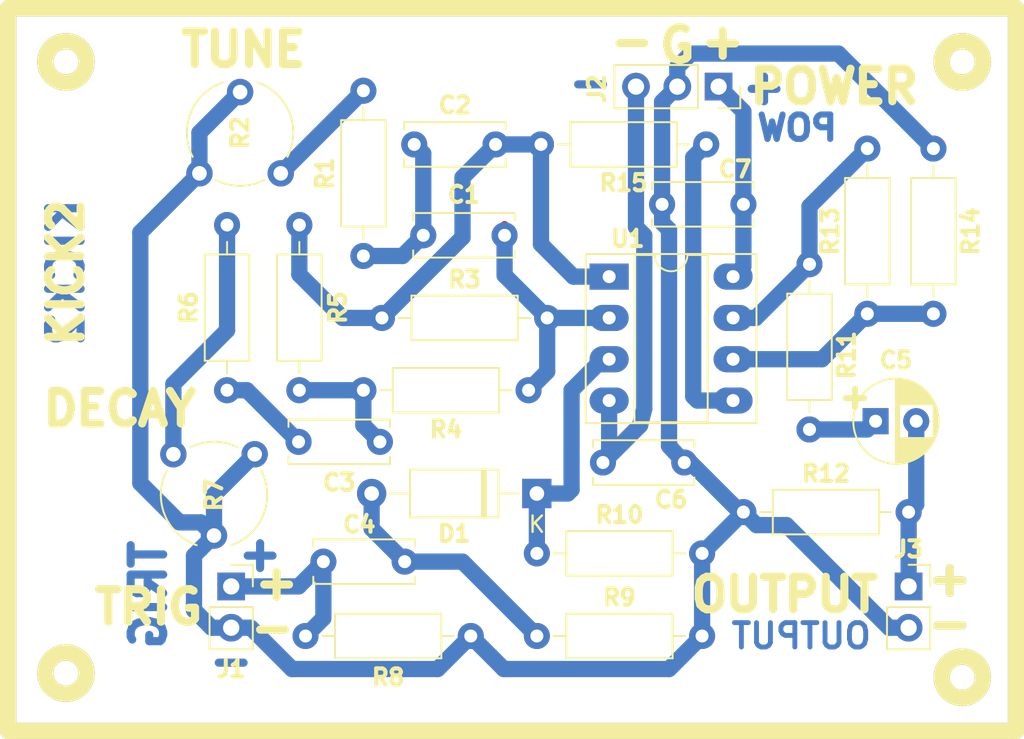
<source format=kicad_pcb>
(kicad_pcb (version 20171130) (host pcbnew "(5.1.5-0)")

  (general
    (thickness 1.6)
    (drawings 40)
    (tracks 112)
    (zones 0)
    (modules 27)
    (nets 19)
  )

  (page A4)
  (layers
    (0 F.Cu signal)
    (31 B.Cu signal)
    (32 B.Adhes user)
    (33 F.Adhes user)
    (34 B.Paste user)
    (35 F.Paste user)
    (36 B.SilkS user)
    (37 F.SilkS user hide)
    (38 B.Mask user hide)
    (39 F.Mask user hide)
    (40 Dwgs.User user hide)
    (41 Cmts.User user hide)
    (42 Eco1.User user hide)
    (43 Eco2.User user hide)
    (44 Edge.Cuts user hide)
    (45 Margin user hide)
    (46 B.CrtYd user hide)
    (47 F.CrtYd user hide)
    (48 B.Fab user hide)
    (49 F.Fab user)
  )

  (setup
    (last_trace_width 0.25)
    (user_trace_width 0.5)
    (user_trace_width 0.75)
    (user_trace_width 1)
    (trace_clearance 0.2)
    (zone_clearance 0.508)
    (zone_45_only no)
    (trace_min 0.2)
    (via_size 0.8)
    (via_drill 0.4)
    (via_min_size 0.4)
    (via_min_drill 0.3)
    (uvia_size 0.3)
    (uvia_drill 0.1)
    (uvias_allowed no)
    (uvia_min_size 0.2)
    (uvia_min_drill 0.1)
    (edge_width 0.05)
    (segment_width 0.2)
    (pcb_text_width 0.3)
    (pcb_text_size 1.5 1.5)
    (mod_edge_width 0.12)
    (mod_text_size 1 1)
    (mod_text_width 0.15)
    (pad_size 1.524 1.524)
    (pad_drill 0.762)
    (pad_to_mask_clearance 0.051)
    (solder_mask_min_width 0.25)
    (aux_axis_origin 0 0)
    (visible_elements FFFFFF7F)
    (pcbplotparams
      (layerselection 0x010fc_ffffffff)
      (usegerberextensions false)
      (usegerberattributes false)
      (usegerberadvancedattributes false)
      (creategerberjobfile false)
      (excludeedgelayer true)
      (linewidth 0.100000)
      (plotframeref false)
      (viasonmask false)
      (mode 1)
      (useauxorigin false)
      (hpglpennumber 1)
      (hpglpenspeed 20)
      (hpglpendiameter 15.000000)
      (psnegative false)
      (psa4output false)
      (plotreference true)
      (plotvalue true)
      (plotinvisibletext false)
      (padsonsilk false)
      (subtractmaskfromsilk false)
      (outputformat 1)
      (mirror false)
      (drillshape 1)
      (scaleselection 1)
      (outputdirectory ""))
  )

  (net 0 "")
  (net 1 "Net-(C1-Pad2)")
  (net 2 "Net-(C1-Pad1)")
  (net 3 "Net-(C2-Pad1)")
  (net 4 GND)
  (net 5 "Net-(C3-Pad1)")
  (net 6 "Net-(C4-Pad1)")
  (net 7 "Net-(C5-Pad2)")
  (net 8 "Net-(C5-Pad1)")
  (net 9 "Net-(C3-Pad2)")
  (net 10 "Net-(C4-Pad2)")
  (net 11 "Net-(C6-Pad1)")
  (net 12 "Net-(C7-Pad1)")
  (net 13 "Net-(D1-Pad1)")
  (net 14 "Net-(R1-Pad2)")
  (net 15 "Net-(R6-Pad2)")
  (net 16 "Net-(R11-Pad2)")
  (net 17 "Net-(R13-Pad2)")
  (net 18 "Net-(R15-Pad1)")

  (net_class Default "This is the default net class."
    (clearance 0.2)
    (trace_width 0.25)
    (via_dia 0.8)
    (via_drill 0.4)
    (uvia_dia 0.3)
    (uvia_drill 0.1)
    (add_net GND)
    (add_net "Net-(C1-Pad1)")
    (add_net "Net-(C1-Pad2)")
    (add_net "Net-(C2-Pad1)")
    (add_net "Net-(C3-Pad1)")
    (add_net "Net-(C3-Pad2)")
    (add_net "Net-(C4-Pad1)")
    (add_net "Net-(C4-Pad2)")
    (add_net "Net-(C5-Pad1)")
    (add_net "Net-(C5-Pad2)")
    (add_net "Net-(C6-Pad1)")
    (add_net "Net-(C7-Pad1)")
    (add_net "Net-(D1-Pad1)")
    (add_net "Net-(R1-Pad2)")
    (add_net "Net-(R11-Pad2)")
    (add_net "Net-(R13-Pad2)")
    (add_net "Net-(R15-Pad1)")
    (add_net "Net-(R6-Pad2)")
  )

  (module Resistor_THT:R_Axial_DIN0207_L6.3mm_D2.5mm_P10.16mm_Horizontal (layer F.Cu) (tedit 5AE5139B) (tstamp 5E8438E3)
    (at 109.474 87.122 180)
    (descr "Resistor, Axial_DIN0207 series, Axial, Horizontal, pin pitch=10.16mm, 0.25W = 1/4W, length*diameter=6.3*2.5mm^2, http://cdn-reichelt.de/documents/datenblatt/B400/1_4W%23YAG.pdf")
    (tags "Resistor Axial_DIN0207 series Axial Horizontal pin pitch 10.16mm 0.25W = 1/4W length 6.3mm diameter 2.5mm")
    (path /5E91C1F5)
    (fp_text reference R15 (at 5.08 -2.37) (layer F.SilkS)
      (effects (font (size 1 1) (thickness 0.25)))
    )
    (fp_text value 1k (at 6.096 -2.286) (layer F.Fab)
      (effects (font (size 1 1) (thickness 0.15)))
    )
    (fp_text user %R (at 5.08 0) (layer F.Fab)
      (effects (font (size 1 1) (thickness 0.15)))
    )
    (fp_line (start 11.21 -1.5) (end -1.05 -1.5) (layer F.CrtYd) (width 0.05))
    (fp_line (start 11.21 1.5) (end 11.21 -1.5) (layer F.CrtYd) (width 0.05))
    (fp_line (start -1.05 1.5) (end 11.21 1.5) (layer F.CrtYd) (width 0.05))
    (fp_line (start -1.05 -1.5) (end -1.05 1.5) (layer F.CrtYd) (width 0.05))
    (fp_line (start 9.12 0) (end 8.35 0) (layer F.SilkS) (width 0.12))
    (fp_line (start 1.04 0) (end 1.81 0) (layer F.SilkS) (width 0.12))
    (fp_line (start 8.35 -1.37) (end 1.81 -1.37) (layer F.SilkS) (width 0.12))
    (fp_line (start 8.35 1.37) (end 8.35 -1.37) (layer F.SilkS) (width 0.12))
    (fp_line (start 1.81 1.37) (end 8.35 1.37) (layer F.SilkS) (width 0.12))
    (fp_line (start 1.81 -1.37) (end 1.81 1.37) (layer F.SilkS) (width 0.12))
    (fp_line (start 10.16 0) (end 8.23 0) (layer F.Fab) (width 0.1))
    (fp_line (start 0 0) (end 1.93 0) (layer F.Fab) (width 0.1))
    (fp_line (start 8.23 -1.25) (end 1.93 -1.25) (layer F.Fab) (width 0.1))
    (fp_line (start 8.23 1.25) (end 8.23 -1.25) (layer F.Fab) (width 0.1))
    (fp_line (start 1.93 1.25) (end 8.23 1.25) (layer F.Fab) (width 0.1))
    (fp_line (start 1.93 -1.25) (end 1.93 1.25) (layer F.Fab) (width 0.1))
    (pad 2 thru_hole oval (at 10.16 0 180) (size 1.6 1.6) (drill 0.8) (layers *.Cu *.Mask)
      (net 3 "Net-(C2-Pad1)"))
    (pad 1 thru_hole circle (at 0 0 180) (size 1.6 1.6) (drill 0.8) (layers *.Cu *.Mask)
      (net 18 "Net-(R15-Pad1)"))
    (model ${KISYS3DMOD}/Resistor_THT.3dshapes/R_Axial_DIN0207_L6.3mm_D2.5mm_P10.16mm_Horizontal.wrl
      (at (xyz 0 0 0))
      (scale (xyz 1 1 1))
      (rotate (xyz 0 0 0))
    )
  )

  (module Capacitor_THT:CP_Radial_D5.0mm_P2.50mm (layer F.Cu) (tedit 5AE50EF0) (tstamp 5E83DD78)
    (at 119.888 104.14)
    (descr "CP, Radial series, Radial, pin pitch=2.50mm, , diameter=5mm, Electrolytic Capacitor")
    (tags "CP Radial series Radial pin pitch 2.50mm  diameter 5mm Electrolytic Capacitor")
    (path /5E83EFD3)
    (fp_text reference C5 (at 1.25 -3.75) (layer F.SilkS)
      (effects (font (size 1 1) (thickness 0.25)))
    )
    (fp_text value 10uF (at 3.556 3.302) (layer F.Fab)
      (effects (font (size 1 1) (thickness 0.15)))
    )
    (fp_text user %R (at 1.25 0) (layer F.Fab)
      (effects (font (size 1 1) (thickness 0.15)))
    )
    (fp_line (start -1.304775 -1.725) (end -1.304775 -1.225) (layer F.SilkS) (width 0.12))
    (fp_line (start -1.554775 -1.475) (end -1.054775 -1.475) (layer F.SilkS) (width 0.12))
    (fp_line (start 3.851 -0.284) (end 3.851 0.284) (layer F.SilkS) (width 0.12))
    (fp_line (start 3.811 -0.518) (end 3.811 0.518) (layer F.SilkS) (width 0.12))
    (fp_line (start 3.771 -0.677) (end 3.771 0.677) (layer F.SilkS) (width 0.12))
    (fp_line (start 3.731 -0.805) (end 3.731 0.805) (layer F.SilkS) (width 0.12))
    (fp_line (start 3.691 -0.915) (end 3.691 0.915) (layer F.SilkS) (width 0.12))
    (fp_line (start 3.651 -1.011) (end 3.651 1.011) (layer F.SilkS) (width 0.12))
    (fp_line (start 3.611 -1.098) (end 3.611 1.098) (layer F.SilkS) (width 0.12))
    (fp_line (start 3.571 -1.178) (end 3.571 1.178) (layer F.SilkS) (width 0.12))
    (fp_line (start 3.531 1.04) (end 3.531 1.251) (layer F.SilkS) (width 0.12))
    (fp_line (start 3.531 -1.251) (end 3.531 -1.04) (layer F.SilkS) (width 0.12))
    (fp_line (start 3.491 1.04) (end 3.491 1.319) (layer F.SilkS) (width 0.12))
    (fp_line (start 3.491 -1.319) (end 3.491 -1.04) (layer F.SilkS) (width 0.12))
    (fp_line (start 3.451 1.04) (end 3.451 1.383) (layer F.SilkS) (width 0.12))
    (fp_line (start 3.451 -1.383) (end 3.451 -1.04) (layer F.SilkS) (width 0.12))
    (fp_line (start 3.411 1.04) (end 3.411 1.443) (layer F.SilkS) (width 0.12))
    (fp_line (start 3.411 -1.443) (end 3.411 -1.04) (layer F.SilkS) (width 0.12))
    (fp_line (start 3.371 1.04) (end 3.371 1.5) (layer F.SilkS) (width 0.12))
    (fp_line (start 3.371 -1.5) (end 3.371 -1.04) (layer F.SilkS) (width 0.12))
    (fp_line (start 3.331 1.04) (end 3.331 1.554) (layer F.SilkS) (width 0.12))
    (fp_line (start 3.331 -1.554) (end 3.331 -1.04) (layer F.SilkS) (width 0.12))
    (fp_line (start 3.291 1.04) (end 3.291 1.605) (layer F.SilkS) (width 0.12))
    (fp_line (start 3.291 -1.605) (end 3.291 -1.04) (layer F.SilkS) (width 0.12))
    (fp_line (start 3.251 1.04) (end 3.251 1.653) (layer F.SilkS) (width 0.12))
    (fp_line (start 3.251 -1.653) (end 3.251 -1.04) (layer F.SilkS) (width 0.12))
    (fp_line (start 3.211 1.04) (end 3.211 1.699) (layer F.SilkS) (width 0.12))
    (fp_line (start 3.211 -1.699) (end 3.211 -1.04) (layer F.SilkS) (width 0.12))
    (fp_line (start 3.171 1.04) (end 3.171 1.743) (layer F.SilkS) (width 0.12))
    (fp_line (start 3.171 -1.743) (end 3.171 -1.04) (layer F.SilkS) (width 0.12))
    (fp_line (start 3.131 1.04) (end 3.131 1.785) (layer F.SilkS) (width 0.12))
    (fp_line (start 3.131 -1.785) (end 3.131 -1.04) (layer F.SilkS) (width 0.12))
    (fp_line (start 3.091 1.04) (end 3.091 1.826) (layer F.SilkS) (width 0.12))
    (fp_line (start 3.091 -1.826) (end 3.091 -1.04) (layer F.SilkS) (width 0.12))
    (fp_line (start 3.051 1.04) (end 3.051 1.864) (layer F.SilkS) (width 0.12))
    (fp_line (start 3.051 -1.864) (end 3.051 -1.04) (layer F.SilkS) (width 0.12))
    (fp_line (start 3.011 1.04) (end 3.011 1.901) (layer F.SilkS) (width 0.12))
    (fp_line (start 3.011 -1.901) (end 3.011 -1.04) (layer F.SilkS) (width 0.12))
    (fp_line (start 2.971 1.04) (end 2.971 1.937) (layer F.SilkS) (width 0.12))
    (fp_line (start 2.971 -1.937) (end 2.971 -1.04) (layer F.SilkS) (width 0.12))
    (fp_line (start 2.931 1.04) (end 2.931 1.971) (layer F.SilkS) (width 0.12))
    (fp_line (start 2.931 -1.971) (end 2.931 -1.04) (layer F.SilkS) (width 0.12))
    (fp_line (start 2.891 1.04) (end 2.891 2.004) (layer F.SilkS) (width 0.12))
    (fp_line (start 2.891 -2.004) (end 2.891 -1.04) (layer F.SilkS) (width 0.12))
    (fp_line (start 2.851 1.04) (end 2.851 2.035) (layer F.SilkS) (width 0.12))
    (fp_line (start 2.851 -2.035) (end 2.851 -1.04) (layer F.SilkS) (width 0.12))
    (fp_line (start 2.811 1.04) (end 2.811 2.065) (layer F.SilkS) (width 0.12))
    (fp_line (start 2.811 -2.065) (end 2.811 -1.04) (layer F.SilkS) (width 0.12))
    (fp_line (start 2.771 1.04) (end 2.771 2.095) (layer F.SilkS) (width 0.12))
    (fp_line (start 2.771 -2.095) (end 2.771 -1.04) (layer F.SilkS) (width 0.12))
    (fp_line (start 2.731 1.04) (end 2.731 2.122) (layer F.SilkS) (width 0.12))
    (fp_line (start 2.731 -2.122) (end 2.731 -1.04) (layer F.SilkS) (width 0.12))
    (fp_line (start 2.691 1.04) (end 2.691 2.149) (layer F.SilkS) (width 0.12))
    (fp_line (start 2.691 -2.149) (end 2.691 -1.04) (layer F.SilkS) (width 0.12))
    (fp_line (start 2.651 1.04) (end 2.651 2.175) (layer F.SilkS) (width 0.12))
    (fp_line (start 2.651 -2.175) (end 2.651 -1.04) (layer F.SilkS) (width 0.12))
    (fp_line (start 2.611 1.04) (end 2.611 2.2) (layer F.SilkS) (width 0.12))
    (fp_line (start 2.611 -2.2) (end 2.611 -1.04) (layer F.SilkS) (width 0.12))
    (fp_line (start 2.571 1.04) (end 2.571 2.224) (layer F.SilkS) (width 0.12))
    (fp_line (start 2.571 -2.224) (end 2.571 -1.04) (layer F.SilkS) (width 0.12))
    (fp_line (start 2.531 1.04) (end 2.531 2.247) (layer F.SilkS) (width 0.12))
    (fp_line (start 2.531 -2.247) (end 2.531 -1.04) (layer F.SilkS) (width 0.12))
    (fp_line (start 2.491 1.04) (end 2.491 2.268) (layer F.SilkS) (width 0.12))
    (fp_line (start 2.491 -2.268) (end 2.491 -1.04) (layer F.SilkS) (width 0.12))
    (fp_line (start 2.451 1.04) (end 2.451 2.29) (layer F.SilkS) (width 0.12))
    (fp_line (start 2.451 -2.29) (end 2.451 -1.04) (layer F.SilkS) (width 0.12))
    (fp_line (start 2.411 1.04) (end 2.411 2.31) (layer F.SilkS) (width 0.12))
    (fp_line (start 2.411 -2.31) (end 2.411 -1.04) (layer F.SilkS) (width 0.12))
    (fp_line (start 2.371 1.04) (end 2.371 2.329) (layer F.SilkS) (width 0.12))
    (fp_line (start 2.371 -2.329) (end 2.371 -1.04) (layer F.SilkS) (width 0.12))
    (fp_line (start 2.331 1.04) (end 2.331 2.348) (layer F.SilkS) (width 0.12))
    (fp_line (start 2.331 -2.348) (end 2.331 -1.04) (layer F.SilkS) (width 0.12))
    (fp_line (start 2.291 1.04) (end 2.291 2.365) (layer F.SilkS) (width 0.12))
    (fp_line (start 2.291 -2.365) (end 2.291 -1.04) (layer F.SilkS) (width 0.12))
    (fp_line (start 2.251 1.04) (end 2.251 2.382) (layer F.SilkS) (width 0.12))
    (fp_line (start 2.251 -2.382) (end 2.251 -1.04) (layer F.SilkS) (width 0.12))
    (fp_line (start 2.211 1.04) (end 2.211 2.398) (layer F.SilkS) (width 0.12))
    (fp_line (start 2.211 -2.398) (end 2.211 -1.04) (layer F.SilkS) (width 0.12))
    (fp_line (start 2.171 1.04) (end 2.171 2.414) (layer F.SilkS) (width 0.12))
    (fp_line (start 2.171 -2.414) (end 2.171 -1.04) (layer F.SilkS) (width 0.12))
    (fp_line (start 2.131 1.04) (end 2.131 2.428) (layer F.SilkS) (width 0.12))
    (fp_line (start 2.131 -2.428) (end 2.131 -1.04) (layer F.SilkS) (width 0.12))
    (fp_line (start 2.091 1.04) (end 2.091 2.442) (layer F.SilkS) (width 0.12))
    (fp_line (start 2.091 -2.442) (end 2.091 -1.04) (layer F.SilkS) (width 0.12))
    (fp_line (start 2.051 1.04) (end 2.051 2.455) (layer F.SilkS) (width 0.12))
    (fp_line (start 2.051 -2.455) (end 2.051 -1.04) (layer F.SilkS) (width 0.12))
    (fp_line (start 2.011 1.04) (end 2.011 2.468) (layer F.SilkS) (width 0.12))
    (fp_line (start 2.011 -2.468) (end 2.011 -1.04) (layer F.SilkS) (width 0.12))
    (fp_line (start 1.971 1.04) (end 1.971 2.48) (layer F.SilkS) (width 0.12))
    (fp_line (start 1.971 -2.48) (end 1.971 -1.04) (layer F.SilkS) (width 0.12))
    (fp_line (start 1.93 1.04) (end 1.93 2.491) (layer F.SilkS) (width 0.12))
    (fp_line (start 1.93 -2.491) (end 1.93 -1.04) (layer F.SilkS) (width 0.12))
    (fp_line (start 1.89 1.04) (end 1.89 2.501) (layer F.SilkS) (width 0.12))
    (fp_line (start 1.89 -2.501) (end 1.89 -1.04) (layer F.SilkS) (width 0.12))
    (fp_line (start 1.85 1.04) (end 1.85 2.511) (layer F.SilkS) (width 0.12))
    (fp_line (start 1.85 -2.511) (end 1.85 -1.04) (layer F.SilkS) (width 0.12))
    (fp_line (start 1.81 1.04) (end 1.81 2.52) (layer F.SilkS) (width 0.12))
    (fp_line (start 1.81 -2.52) (end 1.81 -1.04) (layer F.SilkS) (width 0.12))
    (fp_line (start 1.77 1.04) (end 1.77 2.528) (layer F.SilkS) (width 0.12))
    (fp_line (start 1.77 -2.528) (end 1.77 -1.04) (layer F.SilkS) (width 0.12))
    (fp_line (start 1.73 1.04) (end 1.73 2.536) (layer F.SilkS) (width 0.12))
    (fp_line (start 1.73 -2.536) (end 1.73 -1.04) (layer F.SilkS) (width 0.12))
    (fp_line (start 1.69 1.04) (end 1.69 2.543) (layer F.SilkS) (width 0.12))
    (fp_line (start 1.69 -2.543) (end 1.69 -1.04) (layer F.SilkS) (width 0.12))
    (fp_line (start 1.65 1.04) (end 1.65 2.55) (layer F.SilkS) (width 0.12))
    (fp_line (start 1.65 -2.55) (end 1.65 -1.04) (layer F.SilkS) (width 0.12))
    (fp_line (start 1.61 1.04) (end 1.61 2.556) (layer F.SilkS) (width 0.12))
    (fp_line (start 1.61 -2.556) (end 1.61 -1.04) (layer F.SilkS) (width 0.12))
    (fp_line (start 1.57 1.04) (end 1.57 2.561) (layer F.SilkS) (width 0.12))
    (fp_line (start 1.57 -2.561) (end 1.57 -1.04) (layer F.SilkS) (width 0.12))
    (fp_line (start 1.53 1.04) (end 1.53 2.565) (layer F.SilkS) (width 0.12))
    (fp_line (start 1.53 -2.565) (end 1.53 -1.04) (layer F.SilkS) (width 0.12))
    (fp_line (start 1.49 1.04) (end 1.49 2.569) (layer F.SilkS) (width 0.12))
    (fp_line (start 1.49 -2.569) (end 1.49 -1.04) (layer F.SilkS) (width 0.12))
    (fp_line (start 1.45 -2.573) (end 1.45 2.573) (layer F.SilkS) (width 0.12))
    (fp_line (start 1.41 -2.576) (end 1.41 2.576) (layer F.SilkS) (width 0.12))
    (fp_line (start 1.37 -2.578) (end 1.37 2.578) (layer F.SilkS) (width 0.12))
    (fp_line (start 1.33 -2.579) (end 1.33 2.579) (layer F.SilkS) (width 0.12))
    (fp_line (start 1.29 -2.58) (end 1.29 2.58) (layer F.SilkS) (width 0.12))
    (fp_line (start 1.25 -2.58) (end 1.25 2.58) (layer F.SilkS) (width 0.12))
    (fp_line (start -0.633605 -1.3375) (end -0.633605 -0.8375) (layer F.Fab) (width 0.1))
    (fp_line (start -0.883605 -1.0875) (end -0.383605 -1.0875) (layer F.Fab) (width 0.1))
    (fp_circle (center 1.25 0) (end 4 0) (layer F.CrtYd) (width 0.05))
    (fp_circle (center 1.25 0) (end 3.87 0) (layer F.SilkS) (width 0.12))
    (fp_circle (center 1.25 0) (end 3.75 0) (layer F.Fab) (width 0.1))
    (pad 2 thru_hole circle (at 2.5 0) (size 1.6 1.6) (drill 0.8) (layers *.Cu *.Mask)
      (net 7 "Net-(C5-Pad2)"))
    (pad 1 thru_hole rect (at 0 0) (size 1.6 1.6) (drill 0.8) (layers *.Cu *.Mask)
      (net 8 "Net-(C5-Pad1)"))
    (model ${KISYS3DMOD}/Capacitor_THT.3dshapes/CP_Radial_D5.0mm_P2.50mm.wrl
      (at (xyz 0 0 0))
      (scale (xyz 1 1 1))
      (rotate (xyz 0 0 0))
    )
  )

  (module Connector_PinSocket_2.54mm:PinSocket_1x02_P2.54mm_Vertical (layer F.Cu) (tedit 5A19A420) (tstamp 5E83C343)
    (at 121.92 114.3)
    (descr "Through hole straight socket strip, 1x02, 2.54mm pitch, single row (from Kicad 4.0.7), script generated")
    (tags "Through hole socket strip THT 1x02 2.54mm single row")
    (path /5E54F840)
    (fp_text reference J3 (at 0 -2.286) (layer F.SilkS)
      (effects (font (size 1 1) (thickness 0.25)))
    )
    (fp_text value Output (at 0 5.31) (layer F.Fab)
      (effects (font (size 1 1) (thickness 0.15)))
    )
    (fp_text user %R (at 0 1.27 90) (layer F.Fab)
      (effects (font (size 1 1) (thickness 0.15)))
    )
    (fp_line (start -1.8 4.3) (end -1.8 -1.8) (layer F.CrtYd) (width 0.05))
    (fp_line (start 1.75 4.3) (end -1.8 4.3) (layer F.CrtYd) (width 0.05))
    (fp_line (start 1.75 -1.8) (end 1.75 4.3) (layer F.CrtYd) (width 0.05))
    (fp_line (start -1.8 -1.8) (end 1.75 -1.8) (layer F.CrtYd) (width 0.05))
    (fp_line (start 0 -1.33) (end 1.33 -1.33) (layer F.SilkS) (width 0.12))
    (fp_line (start 1.33 -1.33) (end 1.33 0) (layer F.SilkS) (width 0.12))
    (fp_line (start 1.33 1.27) (end 1.33 3.87) (layer F.SilkS) (width 0.12))
    (fp_line (start -1.33 3.87) (end 1.33 3.87) (layer F.SilkS) (width 0.12))
    (fp_line (start -1.33 1.27) (end -1.33 3.87) (layer F.SilkS) (width 0.12))
    (fp_line (start -1.33 1.27) (end 1.33 1.27) (layer F.SilkS) (width 0.12))
    (fp_line (start -1.27 3.81) (end -1.27 -1.27) (layer F.Fab) (width 0.1))
    (fp_line (start 1.27 3.81) (end -1.27 3.81) (layer F.Fab) (width 0.1))
    (fp_line (start 1.27 -0.635) (end 1.27 3.81) (layer F.Fab) (width 0.1))
    (fp_line (start 0.635 -1.27) (end 1.27 -0.635) (layer F.Fab) (width 0.1))
    (fp_line (start -1.27 -1.27) (end 0.635 -1.27) (layer F.Fab) (width 0.1))
    (pad 2 thru_hole oval (at 0 2.54) (size 1.7 1.7) (drill 1) (layers *.Cu *.Mask)
      (net 4 GND))
    (pad 1 thru_hole rect (at 0 0) (size 1.7 1.7) (drill 1) (layers *.Cu *.Mask)
      (net 7 "Net-(C5-Pad2)"))
    (model ${KISYS3DMOD}/Connector_PinSocket_2.54mm.3dshapes/PinSocket_1x02_P2.54mm_Vertical.wrl
      (at (xyz 0 0 0))
      (scale (xyz 1 1 1))
      (rotate (xyz 0 0 0))
    )
  )

  (module Connector_PinSocket_2.54mm:PinSocket_1x03_P2.54mm_Vertical (layer F.Cu) (tedit 5A19A429) (tstamp 5E83C32D)
    (at 110.236 83.566 270)
    (descr "Through hole straight socket strip, 1x03, 2.54mm pitch, single row (from Kicad 4.0.7), script generated")
    (tags "Through hole socket strip THT 1x03 2.54mm single row")
    (path /5E54A952)
    (fp_text reference J2 (at 0.127 7.493 90) (layer F.SilkS)
      (effects (font (size 1 1) (thickness 0.25)))
    )
    (fp_text value Power (at 0 7.85 90) (layer F.Fab)
      (effects (font (size 1 1) (thickness 0.15)))
    )
    (fp_text user %R (at 0 2.54) (layer F.Fab)
      (effects (font (size 1 1) (thickness 0.15)))
    )
    (fp_line (start -1.8 6.85) (end -1.8 -1.8) (layer F.CrtYd) (width 0.05))
    (fp_line (start 1.75 6.85) (end -1.8 6.85) (layer F.CrtYd) (width 0.05))
    (fp_line (start 1.75 -1.8) (end 1.75 6.85) (layer F.CrtYd) (width 0.05))
    (fp_line (start -1.8 -1.8) (end 1.75 -1.8) (layer F.CrtYd) (width 0.05))
    (fp_line (start 0 -1.33) (end 1.33 -1.33) (layer F.SilkS) (width 0.12))
    (fp_line (start 1.33 -1.33) (end 1.33 0) (layer F.SilkS) (width 0.12))
    (fp_line (start 1.33 1.27) (end 1.33 6.41) (layer F.SilkS) (width 0.12))
    (fp_line (start -1.33 6.41) (end 1.33 6.41) (layer F.SilkS) (width 0.12))
    (fp_line (start -1.33 1.27) (end -1.33 6.41) (layer F.SilkS) (width 0.12))
    (fp_line (start -1.33 1.27) (end 1.33 1.27) (layer F.SilkS) (width 0.12))
    (fp_line (start -1.27 6.35) (end -1.27 -1.27) (layer F.Fab) (width 0.1))
    (fp_line (start 1.27 6.35) (end -1.27 6.35) (layer F.Fab) (width 0.1))
    (fp_line (start 1.27 -0.635) (end 1.27 6.35) (layer F.Fab) (width 0.1))
    (fp_line (start 0.635 -1.27) (end 1.27 -0.635) (layer F.Fab) (width 0.1))
    (fp_line (start -1.27 -1.27) (end 0.635 -1.27) (layer F.Fab) (width 0.1))
    (pad 3 thru_hole oval (at 0 5.08 270) (size 1.7 1.7) (drill 1) (layers *.Cu *.Mask)
      (net 11 "Net-(C6-Pad1)"))
    (pad 2 thru_hole oval (at 0 2.54 270) (size 1.7 1.7) (drill 1) (layers *.Cu *.Mask)
      (net 4 GND))
    (pad 1 thru_hole rect (at 0 0 270) (size 1.7 1.7) (drill 1) (layers *.Cu *.Mask)
      (net 12 "Net-(C7-Pad1)"))
    (model ${KISYS3DMOD}/Connector_PinSocket_2.54mm.3dshapes/PinSocket_1x03_P2.54mm_Vertical.wrl
      (at (xyz 0 0 0))
      (scale (xyz 1 1 1))
      (rotate (xyz 0 0 0))
    )
  )

  (module Connector_PinSocket_2.54mm:PinSocket_1x02_P2.54mm_Vertical (layer F.Cu) (tedit 5A19A420) (tstamp 5E83C316)
    (at 80.264 114.3)
    (descr "Through hole straight socket strip, 1x02, 2.54mm pitch, single row (from Kicad 4.0.7), script generated")
    (tags "Through hole socket strip THT 1x02 2.54mm single row")
    (path /5E532252)
    (fp_text reference J1 (at 0 5.08) (layer F.SilkS)
      (effects (font (size 1 1) (thickness 0.25)))
    )
    (fp_text value Input (at 0 5.31) (layer F.Fab)
      (effects (font (size 1 1) (thickness 0.15)))
    )
    (fp_text user %R (at 0 1.27 90) (layer F.Fab)
      (effects (font (size 1 1) (thickness 0.15)))
    )
    (fp_line (start -1.8 4.3) (end -1.8 -1.8) (layer F.CrtYd) (width 0.05))
    (fp_line (start 1.75 4.3) (end -1.8 4.3) (layer F.CrtYd) (width 0.05))
    (fp_line (start 1.75 -1.8) (end 1.75 4.3) (layer F.CrtYd) (width 0.05))
    (fp_line (start -1.8 -1.8) (end 1.75 -1.8) (layer F.CrtYd) (width 0.05))
    (fp_line (start 0 -1.33) (end 1.33 -1.33) (layer F.SilkS) (width 0.12))
    (fp_line (start 1.33 -1.33) (end 1.33 0) (layer F.SilkS) (width 0.12))
    (fp_line (start 1.33 1.27) (end 1.33 3.87) (layer F.SilkS) (width 0.12))
    (fp_line (start -1.33 3.87) (end 1.33 3.87) (layer F.SilkS) (width 0.12))
    (fp_line (start -1.33 1.27) (end -1.33 3.87) (layer F.SilkS) (width 0.12))
    (fp_line (start -1.33 1.27) (end 1.33 1.27) (layer F.SilkS) (width 0.12))
    (fp_line (start -1.27 3.81) (end -1.27 -1.27) (layer F.Fab) (width 0.1))
    (fp_line (start 1.27 3.81) (end -1.27 3.81) (layer F.Fab) (width 0.1))
    (fp_line (start 1.27 -0.635) (end 1.27 3.81) (layer F.Fab) (width 0.1))
    (fp_line (start 0.635 -1.27) (end 1.27 -0.635) (layer F.Fab) (width 0.1))
    (fp_line (start -1.27 -1.27) (end 0.635 -1.27) (layer F.Fab) (width 0.1))
    (pad 2 thru_hole oval (at 0 2.54) (size 1.7 1.7) (drill 1) (layers *.Cu *.Mask)
      (net 4 GND))
    (pad 1 thru_hole rect (at 0 0) (size 1.7 1.7) (drill 1) (layers *.Cu *.Mask)
      (net 10 "Net-(C4-Pad2)"))
    (model ${KISYS3DMOD}/Connector_PinSocket_2.54mm.3dshapes/PinSocket_1x02_P2.54mm_Vertical.wrl
      (at (xyz 0 0 0))
      (scale (xyz 1 1 1))
      (rotate (xyz 0 0 0))
    )
  )

  (module Resistor_THT:R_Axial_DIN0207_L6.3mm_D2.5mm_P10.16mm_Horizontal (layer F.Cu) (tedit 5AE5139B) (tstamp 5E8377FA)
    (at 123.444 97.536 90)
    (descr "Resistor, Axial_DIN0207 series, Axial, Horizontal, pin pitch=10.16mm, 0.25W = 1/4W, length*diameter=6.3*2.5mm^2, http://cdn-reichelt.de/documents/datenblatt/B400/1_4W%23YAG.pdf")
    (tags "Resistor Axial_DIN0207 series Axial Horizontal pin pitch 10.16mm 0.25W = 1/4W length 6.3mm diameter 2.5mm")
    (path /5E8635CB)
    (fp_text reference R14 (at 5.08 2.286 90) (layer F.SilkS)
      (effects (font (size 1 1) (thickness 0.25)))
    )
    (fp_text value 1K (at 5.08 2.37 90) (layer F.Fab)
      (effects (font (size 1 1) (thickness 0.15)))
    )
    (fp_text user %R (at 5.08 0 90) (layer F.Fab)
      (effects (font (size 1 1) (thickness 0.15)))
    )
    (fp_line (start 11.21 -1.5) (end -1.05 -1.5) (layer F.CrtYd) (width 0.05))
    (fp_line (start 11.21 1.5) (end 11.21 -1.5) (layer F.CrtYd) (width 0.05))
    (fp_line (start -1.05 1.5) (end 11.21 1.5) (layer F.CrtYd) (width 0.05))
    (fp_line (start -1.05 -1.5) (end -1.05 1.5) (layer F.CrtYd) (width 0.05))
    (fp_line (start 9.12 0) (end 8.35 0) (layer F.SilkS) (width 0.12))
    (fp_line (start 1.04 0) (end 1.81 0) (layer F.SilkS) (width 0.12))
    (fp_line (start 8.35 -1.37) (end 1.81 -1.37) (layer F.SilkS) (width 0.12))
    (fp_line (start 8.35 1.37) (end 8.35 -1.37) (layer F.SilkS) (width 0.12))
    (fp_line (start 1.81 1.37) (end 8.35 1.37) (layer F.SilkS) (width 0.12))
    (fp_line (start 1.81 -1.37) (end 1.81 1.37) (layer F.SilkS) (width 0.12))
    (fp_line (start 10.16 0) (end 8.23 0) (layer F.Fab) (width 0.1))
    (fp_line (start 0 0) (end 1.93 0) (layer F.Fab) (width 0.1))
    (fp_line (start 8.23 -1.25) (end 1.93 -1.25) (layer F.Fab) (width 0.1))
    (fp_line (start 8.23 1.25) (end 8.23 -1.25) (layer F.Fab) (width 0.1))
    (fp_line (start 1.93 1.25) (end 8.23 1.25) (layer F.Fab) (width 0.1))
    (fp_line (start 1.93 -1.25) (end 1.93 1.25) (layer F.Fab) (width 0.1))
    (pad 2 thru_hole oval (at 10.16 0 90) (size 1.6 1.6) (drill 0.8) (layers *.Cu *.Mask)
      (net 4 GND))
    (pad 1 thru_hole circle (at 0 0 90) (size 1.6 1.6) (drill 0.8) (layers *.Cu *.Mask)
      (net 17 "Net-(R13-Pad2)"))
    (model ${KISYS3DMOD}/Resistor_THT.3dshapes/R_Axial_DIN0207_L6.3mm_D2.5mm_P10.16mm_Horizontal.wrl
      (at (xyz 0 0 0))
      (scale (xyz 1 1 1))
      (rotate (xyz 0 0 0))
    )
  )

  (module Resistor_THT:R_Axial_DIN0207_L6.3mm_D2.5mm_P10.16mm_Horizontal (layer F.Cu) (tedit 5AE5139B) (tstamp 5E8377E3)
    (at 119.38 87.376 270)
    (descr "Resistor, Axial_DIN0207 series, Axial, Horizontal, pin pitch=10.16mm, 0.25W = 1/4W, length*diameter=6.3*2.5mm^2, http://cdn-reichelt.de/documents/datenblatt/B400/1_4W%23YAG.pdf")
    (tags "Resistor Axial_DIN0207 series Axial Horizontal pin pitch 10.16mm 0.25W = 1/4W length 6.3mm diameter 2.5mm")
    (path /5E862C8D)
    (fp_text reference R13 (at 5.08 2.286 90) (layer F.SilkS)
      (effects (font (size 1 1) (thickness 0.25)))
    )
    (fp_text value 1K (at 5.08 2.37 90) (layer F.Fab)
      (effects (font (size 1 1) (thickness 0.15)))
    )
    (fp_text user %R (at 5.08 0 90) (layer F.Fab)
      (effects (font (size 1 1) (thickness 0.15)))
    )
    (fp_line (start 11.21 -1.5) (end -1.05 -1.5) (layer F.CrtYd) (width 0.05))
    (fp_line (start 11.21 1.5) (end 11.21 -1.5) (layer F.CrtYd) (width 0.05))
    (fp_line (start -1.05 1.5) (end 11.21 1.5) (layer F.CrtYd) (width 0.05))
    (fp_line (start -1.05 -1.5) (end -1.05 1.5) (layer F.CrtYd) (width 0.05))
    (fp_line (start 9.12 0) (end 8.35 0) (layer F.SilkS) (width 0.12))
    (fp_line (start 1.04 0) (end 1.81 0) (layer F.SilkS) (width 0.12))
    (fp_line (start 8.35 -1.37) (end 1.81 -1.37) (layer F.SilkS) (width 0.12))
    (fp_line (start 8.35 1.37) (end 8.35 -1.37) (layer F.SilkS) (width 0.12))
    (fp_line (start 1.81 1.37) (end 8.35 1.37) (layer F.SilkS) (width 0.12))
    (fp_line (start 1.81 -1.37) (end 1.81 1.37) (layer F.SilkS) (width 0.12))
    (fp_line (start 10.16 0) (end 8.23 0) (layer F.Fab) (width 0.1))
    (fp_line (start 0 0) (end 1.93 0) (layer F.Fab) (width 0.1))
    (fp_line (start 8.23 -1.25) (end 1.93 -1.25) (layer F.Fab) (width 0.1))
    (fp_line (start 8.23 1.25) (end 8.23 -1.25) (layer F.Fab) (width 0.1))
    (fp_line (start 1.93 1.25) (end 8.23 1.25) (layer F.Fab) (width 0.1))
    (fp_line (start 1.93 -1.25) (end 1.93 1.25) (layer F.Fab) (width 0.1))
    (pad 2 thru_hole oval (at 10.16 0 270) (size 1.6 1.6) (drill 0.8) (layers *.Cu *.Mask)
      (net 17 "Net-(R13-Pad2)"))
    (pad 1 thru_hole circle (at 0 0 270) (size 1.6 1.6) (drill 0.8) (layers *.Cu *.Mask)
      (net 16 "Net-(R11-Pad2)"))
    (model ${KISYS3DMOD}/Resistor_THT.3dshapes/R_Axial_DIN0207_L6.3mm_D2.5mm_P10.16mm_Horizontal.wrl
      (at (xyz 0 0 0))
      (scale (xyz 1 1 1))
      (rotate (xyz 0 0 0))
    )
  )

  (module Resistor_THT:R_Axial_DIN0207_L6.3mm_D2.5mm_P10.16mm_Horizontal (layer F.Cu) (tedit 5AE5139B) (tstamp 5E8377CC)
    (at 111.76 109.728)
    (descr "Resistor, Axial_DIN0207 series, Axial, Horizontal, pin pitch=10.16mm, 0.25W = 1/4W, length*diameter=6.3*2.5mm^2, http://cdn-reichelt.de/documents/datenblatt/B400/1_4W%23YAG.pdf")
    (tags "Resistor Axial_DIN0207 series Axial Horizontal pin pitch 10.16mm 0.25W = 1/4W length 6.3mm diameter 2.5mm")
    (path /5E84130E)
    (fp_text reference R12 (at 5.08 -2.37) (layer F.SilkS)
      (effects (font (size 1 1) (thickness 0.25)))
    )
    (fp_text value 470k (at 5.08 2.37) (layer F.Fab)
      (effects (font (size 1 1) (thickness 0.15)))
    )
    (fp_text user %R (at 5.08 0) (layer F.Fab)
      (effects (font (size 1 1) (thickness 0.15)))
    )
    (fp_line (start 11.21 -1.5) (end -1.05 -1.5) (layer F.CrtYd) (width 0.05))
    (fp_line (start 11.21 1.5) (end 11.21 -1.5) (layer F.CrtYd) (width 0.05))
    (fp_line (start -1.05 1.5) (end 11.21 1.5) (layer F.CrtYd) (width 0.05))
    (fp_line (start -1.05 -1.5) (end -1.05 1.5) (layer F.CrtYd) (width 0.05))
    (fp_line (start 9.12 0) (end 8.35 0) (layer F.SilkS) (width 0.12))
    (fp_line (start 1.04 0) (end 1.81 0) (layer F.SilkS) (width 0.12))
    (fp_line (start 8.35 -1.37) (end 1.81 -1.37) (layer F.SilkS) (width 0.12))
    (fp_line (start 8.35 1.37) (end 8.35 -1.37) (layer F.SilkS) (width 0.12))
    (fp_line (start 1.81 1.37) (end 8.35 1.37) (layer F.SilkS) (width 0.12))
    (fp_line (start 1.81 -1.37) (end 1.81 1.37) (layer F.SilkS) (width 0.12))
    (fp_line (start 10.16 0) (end 8.23 0) (layer F.Fab) (width 0.1))
    (fp_line (start 0 0) (end 1.93 0) (layer F.Fab) (width 0.1))
    (fp_line (start 8.23 -1.25) (end 1.93 -1.25) (layer F.Fab) (width 0.1))
    (fp_line (start 8.23 1.25) (end 8.23 -1.25) (layer F.Fab) (width 0.1))
    (fp_line (start 1.93 1.25) (end 8.23 1.25) (layer F.Fab) (width 0.1))
    (fp_line (start 1.93 -1.25) (end 1.93 1.25) (layer F.Fab) (width 0.1))
    (pad 2 thru_hole oval (at 10.16 0) (size 1.6 1.6) (drill 0.8) (layers *.Cu *.Mask)
      (net 7 "Net-(C5-Pad2)"))
    (pad 1 thru_hole circle (at 0 0) (size 1.6 1.6) (drill 0.8) (layers *.Cu *.Mask)
      (net 4 GND))
    (model ${KISYS3DMOD}/Resistor_THT.3dshapes/R_Axial_DIN0207_L6.3mm_D2.5mm_P10.16mm_Horizontal.wrl
      (at (xyz 0 0 0))
      (scale (xyz 1 1 1))
      (rotate (xyz 0 0 0))
    )
  )

  (module Resistor_THT:R_Axial_DIN0207_L6.3mm_D2.5mm_P10.16mm_Horizontal (layer F.Cu) (tedit 5AE5139B) (tstamp 5E83779F)
    (at 99.06 112.268)
    (descr "Resistor, Axial_DIN0207 series, Axial, Horizontal, pin pitch=10.16mm, 0.25W = 1/4W, length*diameter=6.3*2.5mm^2, http://cdn-reichelt.de/documents/datenblatt/B400/1_4W%23YAG.pdf")
    (tags "Resistor Axial_DIN0207 series Axial Horizontal pin pitch 10.16mm 0.25W = 1/4W length 6.3mm diameter 2.5mm")
    (path /5E83AB6C)
    (fp_text reference R10 (at 5.08 -2.37) (layer F.SilkS)
      (effects (font (size 1 1) (thickness 0.25)))
    )
    (fp_text value 10k (at 5.08 2.37) (layer F.Fab)
      (effects (font (size 1 1) (thickness 0.15)))
    )
    (fp_text user %R (at 5.08 0) (layer F.Fab)
      (effects (font (size 1 1) (thickness 0.15)))
    )
    (fp_line (start 11.21 -1.5) (end -1.05 -1.5) (layer F.CrtYd) (width 0.05))
    (fp_line (start 11.21 1.5) (end 11.21 -1.5) (layer F.CrtYd) (width 0.05))
    (fp_line (start -1.05 1.5) (end 11.21 1.5) (layer F.CrtYd) (width 0.05))
    (fp_line (start -1.05 -1.5) (end -1.05 1.5) (layer F.CrtYd) (width 0.05))
    (fp_line (start 9.12 0) (end 8.35 0) (layer F.SilkS) (width 0.12))
    (fp_line (start 1.04 0) (end 1.81 0) (layer F.SilkS) (width 0.12))
    (fp_line (start 8.35 -1.37) (end 1.81 -1.37) (layer F.SilkS) (width 0.12))
    (fp_line (start 8.35 1.37) (end 8.35 -1.37) (layer F.SilkS) (width 0.12))
    (fp_line (start 1.81 1.37) (end 8.35 1.37) (layer F.SilkS) (width 0.12))
    (fp_line (start 1.81 -1.37) (end 1.81 1.37) (layer F.SilkS) (width 0.12))
    (fp_line (start 10.16 0) (end 8.23 0) (layer F.Fab) (width 0.1))
    (fp_line (start 0 0) (end 1.93 0) (layer F.Fab) (width 0.1))
    (fp_line (start 8.23 -1.25) (end 1.93 -1.25) (layer F.Fab) (width 0.1))
    (fp_line (start 8.23 1.25) (end 8.23 -1.25) (layer F.Fab) (width 0.1))
    (fp_line (start 1.93 1.25) (end 8.23 1.25) (layer F.Fab) (width 0.1))
    (fp_line (start 1.93 -1.25) (end 1.93 1.25) (layer F.Fab) (width 0.1))
    (pad 2 thru_hole oval (at 10.16 0) (size 1.6 1.6) (drill 0.8) (layers *.Cu *.Mask)
      (net 4 GND))
    (pad 1 thru_hole circle (at 0 0) (size 1.6 1.6) (drill 0.8) (layers *.Cu *.Mask)
      (net 13 "Net-(D1-Pad1)"))
    (model ${KISYS3DMOD}/Resistor_THT.3dshapes/R_Axial_DIN0207_L6.3mm_D2.5mm_P10.16mm_Horizontal.wrl
      (at (xyz 0 0 0))
      (scale (xyz 1 1 1))
      (rotate (xyz 0 0 0))
    )
  )

  (module Resistor_THT:R_Axial_DIN0207_L6.3mm_D2.5mm_P10.16mm_Horizontal (layer F.Cu) (tedit 5AE5139B) (tstamp 5E837788)
    (at 99.06 117.348)
    (descr "Resistor, Axial_DIN0207 series, Axial, Horizontal, pin pitch=10.16mm, 0.25W = 1/4W, length*diameter=6.3*2.5mm^2, http://cdn-reichelt.de/documents/datenblatt/B400/1_4W%23YAG.pdf")
    (tags "Resistor Axial_DIN0207 series Axial Horizontal pin pitch 10.16mm 0.25W = 1/4W length 6.3mm diameter 2.5mm")
    (path /5E83A22C)
    (fp_text reference R9 (at 5.08 -2.37) (layer F.SilkS)
      (effects (font (size 1 1) (thickness 0.25)))
    )
    (fp_text value 10k (at 5.08 2.37) (layer F.Fab)
      (effects (font (size 1 1) (thickness 0.15)))
    )
    (fp_text user %R (at 5.08 0) (layer F.Fab)
      (effects (font (size 1 1) (thickness 0.15)))
    )
    (fp_line (start 11.21 -1.5) (end -1.05 -1.5) (layer F.CrtYd) (width 0.05))
    (fp_line (start 11.21 1.5) (end 11.21 -1.5) (layer F.CrtYd) (width 0.05))
    (fp_line (start -1.05 1.5) (end 11.21 1.5) (layer F.CrtYd) (width 0.05))
    (fp_line (start -1.05 -1.5) (end -1.05 1.5) (layer F.CrtYd) (width 0.05))
    (fp_line (start 9.12 0) (end 8.35 0) (layer F.SilkS) (width 0.12))
    (fp_line (start 1.04 0) (end 1.81 0) (layer F.SilkS) (width 0.12))
    (fp_line (start 8.35 -1.37) (end 1.81 -1.37) (layer F.SilkS) (width 0.12))
    (fp_line (start 8.35 1.37) (end 8.35 -1.37) (layer F.SilkS) (width 0.12))
    (fp_line (start 1.81 1.37) (end 8.35 1.37) (layer F.SilkS) (width 0.12))
    (fp_line (start 1.81 -1.37) (end 1.81 1.37) (layer F.SilkS) (width 0.12))
    (fp_line (start 10.16 0) (end 8.23 0) (layer F.Fab) (width 0.1))
    (fp_line (start 0 0) (end 1.93 0) (layer F.Fab) (width 0.1))
    (fp_line (start 8.23 -1.25) (end 1.93 -1.25) (layer F.Fab) (width 0.1))
    (fp_line (start 8.23 1.25) (end 8.23 -1.25) (layer F.Fab) (width 0.1))
    (fp_line (start 1.93 1.25) (end 8.23 1.25) (layer F.Fab) (width 0.1))
    (fp_line (start 1.93 -1.25) (end 1.93 1.25) (layer F.Fab) (width 0.1))
    (pad 2 thru_hole oval (at 10.16 0) (size 1.6 1.6) (drill 0.8) (layers *.Cu *.Mask)
      (net 4 GND))
    (pad 1 thru_hole circle (at 0 0) (size 1.6 1.6) (drill 0.8) (layers *.Cu *.Mask)
      (net 6 "Net-(C4-Pad1)"))
    (model ${KISYS3DMOD}/Resistor_THT.3dshapes/R_Axial_DIN0207_L6.3mm_D2.5mm_P10.16mm_Horizontal.wrl
      (at (xyz 0 0 0))
      (scale (xyz 1 1 1))
      (rotate (xyz 0 0 0))
    )
  )

  (module Potentiometer_THT:Potentiometer_Piher_PT-6-V_Vertical (layer F.Cu) (tedit 5A3D4993) (tstamp 5E83775B)
    (at 76.708 106.172 270)
    (descr "Potentiometer, vertical, Piher PT-6-V, http://www.piher-nacesa.com/pdf/11-PT6v03.pdf")
    (tags "Potentiometer vertical Piher PT-6-V")
    (path /5E84ABD8)
    (fp_text reference R7 (at 2.5 -2.5 90) (layer F.SilkS)
      (effects (font (size 1 1) (thickness 0.25)))
    )
    (fp_text value 100k (at 2.5 2.06 90) (layer F.Fab)
      (effects (font (size 1 1) (thickness 0.15)))
    )
    (fp_text user %R (at 0.55 -2.5) (layer F.Fab)
      (effects (font (size 1 1) (thickness 0.15)))
    )
    (fp_line (start 6.1 -6.1) (end -1.1 -6.1) (layer F.CrtYd) (width 0.05))
    (fp_line (start 6.1 1.1) (end 6.1 -6.1) (layer F.CrtYd) (width 0.05))
    (fp_line (start -1.1 1.1) (end 6.1 1.1) (layer F.CrtYd) (width 0.05))
    (fp_line (start -1.1 -6.1) (end -1.1 1.1) (layer F.CrtYd) (width 0.05))
    (fp_circle (center 2.5 -2.5) (end 3.4 -2.5) (layer F.Fab) (width 0.1))
    (fp_circle (center 2.5 -2.5) (end 5.65 -2.5) (layer F.Fab) (width 0.1))
    (fp_arc (start 2.5 -2.5) (end 1.015 0.414) (angle -28) (layer F.SilkS) (width 0.12))
    (fp_arc (start 2.5 -2.5) (end -0.414 -3.984) (angle -54) (layer F.SilkS) (width 0.12))
    (fp_arc (start 2.5 -2.5) (end 5.592 -3.564) (angle -98) (layer F.SilkS) (width 0.12))
    (fp_arc (start 2.5 -2.5) (end 2.5 0.77) (angle -71) (layer F.SilkS) (width 0.12))
    (pad 1 thru_hole circle (at 0 0 270) (size 1.62 1.62) (drill 0.9) (layers *.Cu *.Mask)
      (net 15 "Net-(R6-Pad2)"))
    (pad 2 thru_hole circle (at 5 -2.5 270) (size 1.62 1.62) (drill 0.9) (layers *.Cu *.Mask)
      (net 4 GND))
    (pad 3 thru_hole circle (at 0 -5 270) (size 1.62 1.62) (drill 0.9) (layers *.Cu *.Mask)
      (net 4 GND))
    (model ${KISYS3DMOD}/Potentiometer_THT.3dshapes/Potentiometer_Piher_PT-6-V_Vertical.wrl
      (at (xyz 0 0 0))
      (scale (xyz 1 1 1))
      (rotate (xyz 0 0 0))
    )
  )

  (module Resistor_THT:R_Axial_DIN0207_L6.3mm_D2.5mm_P10.16mm_Horizontal (layer F.Cu) (tedit 5AE5139B) (tstamp 5E837749)
    (at 80.01 102.235 90)
    (descr "Resistor, Axial_DIN0207 series, Axial, Horizontal, pin pitch=10.16mm, 0.25W = 1/4W, length*diameter=6.3*2.5mm^2, http://cdn-reichelt.de/documents/datenblatt/B400/1_4W%23YAG.pdf")
    (tags "Resistor Axial_DIN0207 series Axial Horizontal pin pitch 10.16mm 0.25W = 1/4W length 6.3mm diameter 2.5mm")
    (path /5E84ABCC)
    (fp_text reference R6 (at 5.08 -2.37 90) (layer F.SilkS)
      (effects (font (size 1 1) (thickness 0.25)))
    )
    (fp_text value 220 (at 5.08 -2.032 90) (layer F.Fab)
      (effects (font (size 1 1) (thickness 0.15)))
    )
    (fp_text user %R (at 5.08 0 90) (layer F.Fab)
      (effects (font (size 1 1) (thickness 0.15)))
    )
    (fp_line (start 11.21 -1.5) (end -1.05 -1.5) (layer F.CrtYd) (width 0.05))
    (fp_line (start 11.21 1.5) (end 11.21 -1.5) (layer F.CrtYd) (width 0.05))
    (fp_line (start -1.05 1.5) (end 11.21 1.5) (layer F.CrtYd) (width 0.05))
    (fp_line (start -1.05 -1.5) (end -1.05 1.5) (layer F.CrtYd) (width 0.05))
    (fp_line (start 9.12 0) (end 8.35 0) (layer F.SilkS) (width 0.12))
    (fp_line (start 1.04 0) (end 1.81 0) (layer F.SilkS) (width 0.12))
    (fp_line (start 8.35 -1.37) (end 1.81 -1.37) (layer F.SilkS) (width 0.12))
    (fp_line (start 8.35 1.37) (end 8.35 -1.37) (layer F.SilkS) (width 0.12))
    (fp_line (start 1.81 1.37) (end 8.35 1.37) (layer F.SilkS) (width 0.12))
    (fp_line (start 1.81 -1.37) (end 1.81 1.37) (layer F.SilkS) (width 0.12))
    (fp_line (start 10.16 0) (end 8.23 0) (layer F.Fab) (width 0.1))
    (fp_line (start 0 0) (end 1.93 0) (layer F.Fab) (width 0.1))
    (fp_line (start 8.23 -1.25) (end 1.93 -1.25) (layer F.Fab) (width 0.1))
    (fp_line (start 8.23 1.25) (end 8.23 -1.25) (layer F.Fab) (width 0.1))
    (fp_line (start 1.93 1.25) (end 8.23 1.25) (layer F.Fab) (width 0.1))
    (fp_line (start 1.93 -1.25) (end 1.93 1.25) (layer F.Fab) (width 0.1))
    (pad 2 thru_hole oval (at 10.16 0 90) (size 1.6 1.6) (drill 0.8) (layers *.Cu *.Mask)
      (net 15 "Net-(R6-Pad2)"))
    (pad 1 thru_hole circle (at 0 0 90) (size 1.6 1.6) (drill 0.8) (layers *.Cu *.Mask)
      (net 9 "Net-(C3-Pad2)"))
    (model ${KISYS3DMOD}/Resistor_THT.3dshapes/R_Axial_DIN0207_L6.3mm_D2.5mm_P10.16mm_Horizontal.wrl
      (at (xyz 0 0 0))
      (scale (xyz 1 1 1))
      (rotate (xyz 0 0 0))
    )
  )

  (module Resistor_THT:R_Axial_DIN0207_L6.3mm_D2.5mm_P10.16mm_Horizontal (layer F.Cu) (tedit 5AE5139B) (tstamp 5E837732)
    (at 84.455 92.075 270)
    (descr "Resistor, Axial_DIN0207 series, Axial, Horizontal, pin pitch=10.16mm, 0.25W = 1/4W, length*diameter=6.3*2.5mm^2, http://cdn-reichelt.de/documents/datenblatt/B400/1_4W%23YAG.pdf")
    (tags "Resistor Axial_DIN0207 series Axial Horizontal pin pitch 10.16mm 0.25W = 1/4W length 6.3mm diameter 2.5mm")
    (path /5E83C309)
    (fp_text reference R5 (at 5.08 -2.37 90) (layer F.SilkS)
      (effects (font (size 1 1) (thickness 0.25)))
    )
    (fp_text value 470k (at 5.08 2.37 90) (layer F.Fab)
      (effects (font (size 1 1) (thickness 0.15)))
    )
    (fp_text user %R (at 5.08 0 90) (layer F.Fab)
      (effects (font (size 1 1) (thickness 0.15)))
    )
    (fp_line (start 11.21 -1.5) (end -1.05 -1.5) (layer F.CrtYd) (width 0.05))
    (fp_line (start 11.21 1.5) (end 11.21 -1.5) (layer F.CrtYd) (width 0.05))
    (fp_line (start -1.05 1.5) (end 11.21 1.5) (layer F.CrtYd) (width 0.05))
    (fp_line (start -1.05 -1.5) (end -1.05 1.5) (layer F.CrtYd) (width 0.05))
    (fp_line (start 9.12 0) (end 8.35 0) (layer F.SilkS) (width 0.12))
    (fp_line (start 1.04 0) (end 1.81 0) (layer F.SilkS) (width 0.12))
    (fp_line (start 8.35 -1.37) (end 1.81 -1.37) (layer F.SilkS) (width 0.12))
    (fp_line (start 8.35 1.37) (end 8.35 -1.37) (layer F.SilkS) (width 0.12))
    (fp_line (start 1.81 1.37) (end 8.35 1.37) (layer F.SilkS) (width 0.12))
    (fp_line (start 1.81 -1.37) (end 1.81 1.37) (layer F.SilkS) (width 0.12))
    (fp_line (start 10.16 0) (end 8.23 0) (layer F.Fab) (width 0.1))
    (fp_line (start 0 0) (end 1.93 0) (layer F.Fab) (width 0.1))
    (fp_line (start 8.23 -1.25) (end 1.93 -1.25) (layer F.Fab) (width 0.1))
    (fp_line (start 8.23 1.25) (end 8.23 -1.25) (layer F.Fab) (width 0.1))
    (fp_line (start 1.93 1.25) (end 8.23 1.25) (layer F.Fab) (width 0.1))
    (fp_line (start 1.93 -1.25) (end 1.93 1.25) (layer F.Fab) (width 0.1))
    (pad 2 thru_hole oval (at 10.16 0 270) (size 1.6 1.6) (drill 0.8) (layers *.Cu *.Mask)
      (net 5 "Net-(C3-Pad1)"))
    (pad 1 thru_hole circle (at 0 0 270) (size 1.6 1.6) (drill 0.8) (layers *.Cu *.Mask)
      (net 3 "Net-(C2-Pad1)"))
    (model ${KISYS3DMOD}/Resistor_THT.3dshapes/R_Axial_DIN0207_L6.3mm_D2.5mm_P10.16mm_Horizontal.wrl
      (at (xyz 0 0 0))
      (scale (xyz 1 1 1))
      (rotate (xyz 0 0 0))
    )
  )

  (module Diode_THT:D_A-405_P10.16mm_Horizontal (layer F.Cu) (tedit 5AE50CD5) (tstamp 5E837638)
    (at 99.06 108.585 180)
    (descr "Diode, A-405 series, Axial, Horizontal, pin pitch=10.16mm, , length*diameter=5.2*2.7mm^2, , http://www.diodes.com/_files/packages/A-405.pdf")
    (tags "Diode A-405 series Axial Horizontal pin pitch 10.16mm  length 5.2mm diameter 2.7mm")
    (path /5E84CE4F)
    (fp_text reference D1 (at 5.08 -2.47) (layer F.SilkS)
      (effects (font (size 1 1) (thickness 0.25)))
    )
    (fp_text value 1N4148 (at 5.08 2.47) (layer F.Fab)
      (effects (font (size 1 1) (thickness 0.15)))
    )
    (fp_text user K (at 0 -1.9) (layer F.SilkS)
      (effects (font (size 1 1) (thickness 0.15)))
    )
    (fp_text user K (at 0 -1.9) (layer F.Fab)
      (effects (font (size 1 1) (thickness 0.15)))
    )
    (fp_text user %R (at 5.47 0) (layer F.Fab)
      (effects (font (size 1 1) (thickness 0.15)))
    )
    (fp_line (start 11.31 -1.6) (end -1.15 -1.6) (layer F.CrtYd) (width 0.05))
    (fp_line (start 11.31 1.6) (end 11.31 -1.6) (layer F.CrtYd) (width 0.05))
    (fp_line (start -1.15 1.6) (end 11.31 1.6) (layer F.CrtYd) (width 0.05))
    (fp_line (start -1.15 -1.6) (end -1.15 1.6) (layer F.CrtYd) (width 0.05))
    (fp_line (start 3.14 -1.47) (end 3.14 1.47) (layer F.SilkS) (width 0.12))
    (fp_line (start 3.38 -1.47) (end 3.38 1.47) (layer F.SilkS) (width 0.12))
    (fp_line (start 3.26 -1.47) (end 3.26 1.47) (layer F.SilkS) (width 0.12))
    (fp_line (start 9.02 0) (end 7.8 0) (layer F.SilkS) (width 0.12))
    (fp_line (start 1.14 0) (end 2.36 0) (layer F.SilkS) (width 0.12))
    (fp_line (start 7.8 -1.47) (end 2.36 -1.47) (layer F.SilkS) (width 0.12))
    (fp_line (start 7.8 1.47) (end 7.8 -1.47) (layer F.SilkS) (width 0.12))
    (fp_line (start 2.36 1.47) (end 7.8 1.47) (layer F.SilkS) (width 0.12))
    (fp_line (start 2.36 -1.47) (end 2.36 1.47) (layer F.SilkS) (width 0.12))
    (fp_line (start 3.16 -1.35) (end 3.16 1.35) (layer F.Fab) (width 0.1))
    (fp_line (start 3.36 -1.35) (end 3.36 1.35) (layer F.Fab) (width 0.1))
    (fp_line (start 3.26 -1.35) (end 3.26 1.35) (layer F.Fab) (width 0.1))
    (fp_line (start 10.16 0) (end 7.68 0) (layer F.Fab) (width 0.1))
    (fp_line (start 0 0) (end 2.48 0) (layer F.Fab) (width 0.1))
    (fp_line (start 7.68 -1.35) (end 2.48 -1.35) (layer F.Fab) (width 0.1))
    (fp_line (start 7.68 1.35) (end 7.68 -1.35) (layer F.Fab) (width 0.1))
    (fp_line (start 2.48 1.35) (end 7.68 1.35) (layer F.Fab) (width 0.1))
    (fp_line (start 2.48 -1.35) (end 2.48 1.35) (layer F.Fab) (width 0.1))
    (pad 2 thru_hole oval (at 10.16 0 180) (size 1.8 1.8) (drill 0.9) (layers *.Cu *.Mask)
      (net 6 "Net-(C4-Pad1)"))
    (pad 1 thru_hole rect (at 0 0 180) (size 1.8 1.8) (drill 0.9) (layers *.Cu *.Mask)
      (net 13 "Net-(D1-Pad1)"))
    (model ${KISYS3DMOD}/Diode_THT.3dshapes/D_A-405_P10.16mm_Horizontal.wrl
      (at (xyz 0 0 0))
      (scale (xyz 1 1 1))
      (rotate (xyz 0 0 0))
    )
  )

  (module Capacitor_THT:C_Disc_D6.0mm_W2.5mm_P5.00mm (layer F.Cu) (tedit 5AE50EF0) (tstamp 5E842826)
    (at 90.932 112.776 180)
    (descr "C, Disc series, Radial, pin pitch=5.00mm, , diameter*width=6*2.5mm^2, Capacitor, http://cdn-reichelt.de/documents/datenblatt/B300/DS_KERKO_TC.pdf")
    (tags "C Disc series Radial pin pitch 5.00mm  diameter 6mm width 2.5mm Capacitor")
    (path /5E83E45B)
    (fp_text reference C4 (at 2.794 2.286) (layer F.SilkS)
      (effects (font (size 1 1) (thickness 0.25)))
    )
    (fp_text value 100nF (at 2.5 2.032) (layer F.Fab)
      (effects (font (size 1 1) (thickness 0.15)))
    )
    (fp_text user %R (at 2.5 0) (layer F.Fab)
      (effects (font (size 1 1) (thickness 0.15)))
    )
    (fp_line (start 6.05 -1.5) (end -1.05 -1.5) (layer F.CrtYd) (width 0.05))
    (fp_line (start 6.05 1.5) (end 6.05 -1.5) (layer F.CrtYd) (width 0.05))
    (fp_line (start -1.05 1.5) (end 6.05 1.5) (layer F.CrtYd) (width 0.05))
    (fp_line (start -1.05 -1.5) (end -1.05 1.5) (layer F.CrtYd) (width 0.05))
    (fp_line (start 5.62 0.925) (end 5.62 1.37) (layer F.SilkS) (width 0.12))
    (fp_line (start 5.62 -1.37) (end 5.62 -0.925) (layer F.SilkS) (width 0.12))
    (fp_line (start -0.62 0.925) (end -0.62 1.37) (layer F.SilkS) (width 0.12))
    (fp_line (start -0.62 -1.37) (end -0.62 -0.925) (layer F.SilkS) (width 0.12))
    (fp_line (start -0.62 1.37) (end 5.62 1.37) (layer F.SilkS) (width 0.12))
    (fp_line (start -0.62 -1.37) (end 5.62 -1.37) (layer F.SilkS) (width 0.12))
    (fp_line (start 5.5 -1.25) (end -0.5 -1.25) (layer F.Fab) (width 0.1))
    (fp_line (start 5.5 1.25) (end 5.5 -1.25) (layer F.Fab) (width 0.1))
    (fp_line (start -0.5 1.25) (end 5.5 1.25) (layer F.Fab) (width 0.1))
    (fp_line (start -0.5 -1.25) (end -0.5 1.25) (layer F.Fab) (width 0.1))
    (pad 2 thru_hole circle (at 5 0 180) (size 1.6 1.6) (drill 0.8) (layers *.Cu *.Mask)
      (net 10 "Net-(C4-Pad2)"))
    (pad 1 thru_hole circle (at 0 0 180) (size 1.6 1.6) (drill 0.8) (layers *.Cu *.Mask)
      (net 6 "Net-(C4-Pad1)"))
    (model ${KISYS3DMOD}/Capacitor_THT.3dshapes/C_Disc_D6.0mm_W2.5mm_P5.00mm.wrl
      (at (xyz 0 0 0))
      (scale (xyz 1 1 1))
      (rotate (xyz 0 0 0))
    )
  )

  (module Capacitor_THT:C_Disc_D6.0mm_W2.5mm_P5.00mm (layer F.Cu) (tedit 5AE50EF0) (tstamp 5E837533)
    (at 89.408 105.41 180)
    (descr "C, Disc series, Radial, pin pitch=5.00mm, , diameter*width=6*2.5mm^2, Capacitor, http://cdn-reichelt.de/documents/datenblatt/B300/DS_KERKO_TC.pdf")
    (tags "C Disc series Radial pin pitch 5.00mm  diameter 6mm width 2.5mm Capacitor")
    (path /5E84BC6E)
    (fp_text reference C3 (at 2.5 -2.5) (layer F.SilkS)
      (effects (font (size 1 1) (thickness 0.25)))
    )
    (fp_text value 100nF (at 4.064 -2.286) (layer F.Fab)
      (effects (font (size 1 1) (thickness 0.15)))
    )
    (fp_text user %R (at 2.5 0) (layer F.Fab)
      (effects (font (size 1 1) (thickness 0.15)))
    )
    (fp_line (start 6.05 -1.5) (end -1.05 -1.5) (layer F.CrtYd) (width 0.05))
    (fp_line (start 6.05 1.5) (end 6.05 -1.5) (layer F.CrtYd) (width 0.05))
    (fp_line (start -1.05 1.5) (end 6.05 1.5) (layer F.CrtYd) (width 0.05))
    (fp_line (start -1.05 -1.5) (end -1.05 1.5) (layer F.CrtYd) (width 0.05))
    (fp_line (start 5.62 0.925) (end 5.62 1.37) (layer F.SilkS) (width 0.12))
    (fp_line (start 5.62 -1.37) (end 5.62 -0.925) (layer F.SilkS) (width 0.12))
    (fp_line (start -0.62 0.925) (end -0.62 1.37) (layer F.SilkS) (width 0.12))
    (fp_line (start -0.62 -1.37) (end -0.62 -0.925) (layer F.SilkS) (width 0.12))
    (fp_line (start -0.62 1.37) (end 5.62 1.37) (layer F.SilkS) (width 0.12))
    (fp_line (start -0.62 -1.37) (end 5.62 -1.37) (layer F.SilkS) (width 0.12))
    (fp_line (start 5.5 -1.25) (end -0.5 -1.25) (layer F.Fab) (width 0.1))
    (fp_line (start 5.5 1.25) (end 5.5 -1.25) (layer F.Fab) (width 0.1))
    (fp_line (start -0.5 1.25) (end 5.5 1.25) (layer F.Fab) (width 0.1))
    (fp_line (start -0.5 -1.25) (end -0.5 1.25) (layer F.Fab) (width 0.1))
    (pad 2 thru_hole circle (at 5 0 180) (size 1.6 1.6) (drill 0.8) (layers *.Cu *.Mask)
      (net 9 "Net-(C3-Pad2)"))
    (pad 1 thru_hole circle (at 0 0 180) (size 1.6 1.6) (drill 0.8) (layers *.Cu *.Mask)
      (net 5 "Net-(C3-Pad1)"))
    (model ${KISYS3DMOD}/Capacitor_THT.3dshapes/C_Disc_D6.0mm_W2.5mm_P5.00mm.wrl
      (at (xyz 0 0 0))
      (scale (xyz 1 1 1))
      (rotate (xyz 0 0 0))
    )
  )

  (module Package_DIP:DIP-8_W7.62mm_Socket_LongPads (layer F.Cu) (tedit 5A02E8C5) (tstamp 5E52FD85)
    (at 103.505 95.25)
    (descr "8-lead though-hole mounted DIP package, row spacing 7.62 mm (300 mils), Socket, LongPads")
    (tags "THT DIP DIL PDIP 2.54mm 7.62mm 300mil Socket LongPads")
    (path /5E52D737)
    (fp_text reference U1 (at 1.143 -2.33) (layer F.SilkS)
      (effects (font (size 1 1) (thickness 0.25)))
    )
    (fp_text value TL072 (at 3.937 -2.032) (layer F.Fab)
      (effects (font (size 1 1) (thickness 0.15)))
    )
    (fp_text user %R (at 3.81 3.81) (layer F.Fab)
      (effects (font (size 1 1) (thickness 0.15)))
    )
    (fp_line (start 9.15 -1.6) (end -1.55 -1.6) (layer F.CrtYd) (width 0.05))
    (fp_line (start 9.15 9.2) (end 9.15 -1.6) (layer F.CrtYd) (width 0.05))
    (fp_line (start -1.55 9.2) (end 9.15 9.2) (layer F.CrtYd) (width 0.05))
    (fp_line (start -1.55 -1.6) (end -1.55 9.2) (layer F.CrtYd) (width 0.05))
    (fp_line (start 9.06 -1.39) (end -1.44 -1.39) (layer F.SilkS) (width 0.12))
    (fp_line (start 9.06 9.01) (end 9.06 -1.39) (layer F.SilkS) (width 0.12))
    (fp_line (start -1.44 9.01) (end 9.06 9.01) (layer F.SilkS) (width 0.12))
    (fp_line (start -1.44 -1.39) (end -1.44 9.01) (layer F.SilkS) (width 0.12))
    (fp_line (start 6.06 -1.33) (end 4.81 -1.33) (layer F.SilkS) (width 0.12))
    (fp_line (start 6.06 8.95) (end 6.06 -1.33) (layer F.SilkS) (width 0.12))
    (fp_line (start 1.56 8.95) (end 6.06 8.95) (layer F.SilkS) (width 0.12))
    (fp_line (start 1.56 -1.33) (end 1.56 8.95) (layer F.SilkS) (width 0.12))
    (fp_line (start 2.81 -1.33) (end 1.56 -1.33) (layer F.SilkS) (width 0.12))
    (fp_line (start 8.89 -1.33) (end -1.27 -1.33) (layer F.Fab) (width 0.1))
    (fp_line (start 8.89 8.95) (end 8.89 -1.33) (layer F.Fab) (width 0.1))
    (fp_line (start -1.27 8.95) (end 8.89 8.95) (layer F.Fab) (width 0.1))
    (fp_line (start -1.27 -1.33) (end -1.27 8.95) (layer F.Fab) (width 0.1))
    (fp_line (start 0.635 -0.27) (end 1.635 -1.27) (layer F.Fab) (width 0.1))
    (fp_line (start 0.635 8.89) (end 0.635 -0.27) (layer F.Fab) (width 0.1))
    (fp_line (start 6.985 8.89) (end 0.635 8.89) (layer F.Fab) (width 0.1))
    (fp_line (start 6.985 -1.27) (end 6.985 8.89) (layer F.Fab) (width 0.1))
    (fp_line (start 1.635 -1.27) (end 6.985 -1.27) (layer F.Fab) (width 0.1))
    (fp_arc (start 3.81 -1.33) (end 2.81 -1.33) (angle -180) (layer F.SilkS) (width 0.12))
    (pad 8 thru_hole oval (at 7.62 0) (size 2.4 1.6) (drill 0.8) (layers *.Cu *.Mask)
      (net 12 "Net-(C7-Pad1)"))
    (pad 4 thru_hole oval (at 0 7.62) (size 2.4 1.6) (drill 0.8) (layers *.Cu *.Mask)
      (net 11 "Net-(C6-Pad1)"))
    (pad 7 thru_hole oval (at 7.62 2.54) (size 2.4 1.6) (drill 0.8) (layers *.Cu *.Mask)
      (net 16 "Net-(R11-Pad2)"))
    (pad 3 thru_hole oval (at 0 5.08) (size 2.4 1.6) (drill 0.8) (layers *.Cu *.Mask)
      (net 13 "Net-(D1-Pad1)"))
    (pad 6 thru_hole oval (at 7.62 5.08) (size 2.4 1.6) (drill 0.8) (layers *.Cu *.Mask)
      (net 17 "Net-(R13-Pad2)"))
    (pad 2 thru_hole oval (at 0 2.54) (size 2.4 1.6) (drill 0.8) (layers *.Cu *.Mask)
      (net 1 "Net-(C1-Pad2)"))
    (pad 5 thru_hole oval (at 7.62 7.62) (size 2.4 1.6) (drill 0.8) (layers *.Cu *.Mask)
      (net 18 "Net-(R15-Pad1)"))
    (pad 1 thru_hole rect (at 0 0) (size 2.4 1.6) (drill 0.8) (layers *.Cu *.Mask)
      (net 3 "Net-(C2-Pad1)"))
    (model ${KISYS3DMOD}/Package_DIP.3dshapes/DIP-8_W7.62mm_Socket.wrl
      (at (xyz 0 0 0))
      (scale (xyz 1 1 1))
      (rotate (xyz 0 0 0))
    )
  )

  (module Potentiometer_THT:Potentiometer_Piher_PT-6-V_Vertical (layer F.Cu) (tedit 5A3D4993) (tstamp 5E52FD61)
    (at 83.312 88.9 90)
    (descr "Potentiometer, vertical, Piher PT-6-V, http://www.piher-nacesa.com/pdf/11-PT6v03.pdf")
    (tags "Potentiometer vertical Piher PT-6-V")
    (path /5E53810A)
    (fp_text reference R2 (at 2.5 -2.5 90) (layer F.SilkS)
      (effects (font (size 1 1) (thickness 0.25)))
    )
    (fp_text value 10k (at 2.5 2.06 90) (layer F.Fab)
      (effects (font (size 1 1) (thickness 0.15)))
    )
    (fp_text user %R (at 0.55 -2.5) (layer F.Fab)
      (effects (font (size 1 1) (thickness 0.15)))
    )
    (fp_line (start 6.1 -6.1) (end -1.1 -6.1) (layer F.CrtYd) (width 0.05))
    (fp_line (start 6.1 1.1) (end 6.1 -6.1) (layer F.CrtYd) (width 0.05))
    (fp_line (start -1.1 1.1) (end 6.1 1.1) (layer F.CrtYd) (width 0.05))
    (fp_line (start -1.1 -6.1) (end -1.1 1.1) (layer F.CrtYd) (width 0.05))
    (fp_circle (center 2.5 -2.5) (end 3.4 -2.5) (layer F.Fab) (width 0.1))
    (fp_circle (center 2.5 -2.5) (end 5.65 -2.5) (layer F.Fab) (width 0.1))
    (fp_arc (start 2.5 -2.5) (end 1.015 0.414) (angle -28) (layer F.SilkS) (width 0.12))
    (fp_arc (start 2.5 -2.5) (end -0.414 -3.984) (angle -54) (layer F.SilkS) (width 0.12))
    (fp_arc (start 2.5 -2.5) (end 5.592 -3.564) (angle -98) (layer F.SilkS) (width 0.12))
    (fp_arc (start 2.5 -2.5) (end 2.5 0.77) (angle -71) (layer F.SilkS) (width 0.12))
    (pad 1 thru_hole circle (at 0 0 90) (size 1.62 1.62) (drill 0.9) (layers *.Cu *.Mask)
      (net 14 "Net-(R1-Pad2)"))
    (pad 2 thru_hole circle (at 5 -2.5 90) (size 1.62 1.62) (drill 0.9) (layers *.Cu *.Mask)
      (net 4 GND))
    (pad 3 thru_hole circle (at 0 -5 90) (size 1.62 1.62) (drill 0.9) (layers *.Cu *.Mask)
      (net 4 GND))
    (model ${KISYS3DMOD}/Potentiometer_THT.3dshapes/Potentiometer_Piher_PT-6-V_Vertical.wrl
      (at (xyz 0 0 0))
      (scale (xyz 1 1 1))
      (rotate (xyz 0 0 0))
    )
  )

  (module Resistor_THT:R_Axial_DIN0207_L6.3mm_D2.5mm_P10.16mm_Horizontal (layer F.Cu) (tedit 5AE5139B) (tstamp 5E52FD4F)
    (at 88.392 102.235)
    (descr "Resistor, Axial_DIN0207 series, Axial, Horizontal, pin pitch=10.16mm, 0.25W = 1/4W, length*diameter=6.3*2.5mm^2, http://cdn-reichelt.de/documents/datenblatt/B400/1_4W%23YAG.pdf")
    (tags "Resistor Axial_DIN0207 series Axial Horizontal pin pitch 10.16mm 0.25W = 1/4W length 6.3mm diameter 2.5mm")
    (path /5E551751)
    (fp_text reference R4 (at 5.08 2.413) (layer F.SilkS)
      (effects (font (size 1 1) (thickness 0.25)))
    )
    (fp_text value 470k (at 5.08 2.37) (layer F.Fab)
      (effects (font (size 1 1) (thickness 0.15)))
    )
    (fp_text user %R (at 5.08 0) (layer F.Fab)
      (effects (font (size 1 1) (thickness 0.15)))
    )
    (fp_line (start 11.21 -1.5) (end -1.05 -1.5) (layer F.CrtYd) (width 0.05))
    (fp_line (start 11.21 1.5) (end 11.21 -1.5) (layer F.CrtYd) (width 0.05))
    (fp_line (start -1.05 1.5) (end 11.21 1.5) (layer F.CrtYd) (width 0.05))
    (fp_line (start -1.05 -1.5) (end -1.05 1.5) (layer F.CrtYd) (width 0.05))
    (fp_line (start 9.12 0) (end 8.35 0) (layer F.SilkS) (width 0.12))
    (fp_line (start 1.04 0) (end 1.81 0) (layer F.SilkS) (width 0.12))
    (fp_line (start 8.35 -1.37) (end 1.81 -1.37) (layer F.SilkS) (width 0.12))
    (fp_line (start 8.35 1.37) (end 8.35 -1.37) (layer F.SilkS) (width 0.12))
    (fp_line (start 1.81 1.37) (end 8.35 1.37) (layer F.SilkS) (width 0.12))
    (fp_line (start 1.81 -1.37) (end 1.81 1.37) (layer F.SilkS) (width 0.12))
    (fp_line (start 10.16 0) (end 8.23 0) (layer F.Fab) (width 0.1))
    (fp_line (start 0 0) (end 1.93 0) (layer F.Fab) (width 0.1))
    (fp_line (start 8.23 -1.25) (end 1.93 -1.25) (layer F.Fab) (width 0.1))
    (fp_line (start 8.23 1.25) (end 8.23 -1.25) (layer F.Fab) (width 0.1))
    (fp_line (start 1.93 1.25) (end 8.23 1.25) (layer F.Fab) (width 0.1))
    (fp_line (start 1.93 -1.25) (end 1.93 1.25) (layer F.Fab) (width 0.1))
    (pad 2 thru_hole oval (at 10.16 0) (size 1.6 1.6) (drill 0.8) (layers *.Cu *.Mask)
      (net 1 "Net-(C1-Pad2)"))
    (pad 1 thru_hole circle (at 0 0) (size 1.6 1.6) (drill 0.8) (layers *.Cu *.Mask)
      (net 5 "Net-(C3-Pad1)"))
    (model ${KISYS3DMOD}/Resistor_THT.3dshapes/R_Axial_DIN0207_L6.3mm_D2.5mm_P10.16mm_Horizontal.wrl
      (at (xyz 0 0 0))
      (scale (xyz 1 1 1))
      (rotate (xyz 0 0 0))
    )
  )

  (module Resistor_THT:R_Axial_DIN0207_L6.3mm_D2.5mm_P10.16mm_Horizontal (layer F.Cu) (tedit 5AE5139B) (tstamp 5E530C8B)
    (at 115.824 104.648 90)
    (descr "Resistor, Axial_DIN0207 series, Axial, Horizontal, pin pitch=10.16mm, 0.25W = 1/4W, length*diameter=6.3*2.5mm^2, http://cdn-reichelt.de/documents/datenblatt/B400/1_4W%23YAG.pdf")
    (tags "Resistor Axial_DIN0207 series Axial Horizontal pin pitch 10.16mm 0.25W = 1/4W length 6.3mm diameter 2.5mm")
    (path /5E53B68D)
    (fp_text reference R11 (at 4.572 2.286 90) (layer F.SilkS)
      (effects (font (size 1 1) (thickness 0.25)))
    )
    (fp_text value 4.7k (at 4.064 2.286 90) (layer F.Fab)
      (effects (font (size 1 1) (thickness 0.15)))
    )
    (fp_text user %R (at 5.08 0 90) (layer F.Fab)
      (effects (font (size 1 1) (thickness 0.15)))
    )
    (fp_line (start 11.21 -1.5) (end -1.05 -1.5) (layer F.CrtYd) (width 0.05))
    (fp_line (start 11.21 1.5) (end 11.21 -1.5) (layer F.CrtYd) (width 0.05))
    (fp_line (start -1.05 1.5) (end 11.21 1.5) (layer F.CrtYd) (width 0.05))
    (fp_line (start -1.05 -1.5) (end -1.05 1.5) (layer F.CrtYd) (width 0.05))
    (fp_line (start 9.12 0) (end 8.35 0) (layer F.SilkS) (width 0.12))
    (fp_line (start 1.04 0) (end 1.81 0) (layer F.SilkS) (width 0.12))
    (fp_line (start 8.35 -1.37) (end 1.81 -1.37) (layer F.SilkS) (width 0.12))
    (fp_line (start 8.35 1.37) (end 8.35 -1.37) (layer F.SilkS) (width 0.12))
    (fp_line (start 1.81 1.37) (end 8.35 1.37) (layer F.SilkS) (width 0.12))
    (fp_line (start 1.81 -1.37) (end 1.81 1.37) (layer F.SilkS) (width 0.12))
    (fp_line (start 10.16 0) (end 8.23 0) (layer F.Fab) (width 0.1))
    (fp_line (start 0 0) (end 1.93 0) (layer F.Fab) (width 0.1))
    (fp_line (start 8.23 -1.25) (end 1.93 -1.25) (layer F.Fab) (width 0.1))
    (fp_line (start 8.23 1.25) (end 8.23 -1.25) (layer F.Fab) (width 0.1))
    (fp_line (start 1.93 1.25) (end 8.23 1.25) (layer F.Fab) (width 0.1))
    (fp_line (start 1.93 -1.25) (end 1.93 1.25) (layer F.Fab) (width 0.1))
    (pad 2 thru_hole oval (at 10.16 0 90) (size 1.6 1.6) (drill 0.8) (layers *.Cu *.Mask)
      (net 16 "Net-(R11-Pad2)"))
    (pad 1 thru_hole circle (at 0 0 90) (size 1.6 1.6) (drill 0.8) (layers *.Cu *.Mask)
      (net 8 "Net-(C5-Pad1)"))
    (model ${KISYS3DMOD}/Resistor_THT.3dshapes/R_Axial_DIN0207_L6.3mm_D2.5mm_P10.16mm_Horizontal.wrl
      (at (xyz 0 0 0))
      (scale (xyz 1 1 1))
      (rotate (xyz 0 0 0))
    )
  )

  (module Resistor_THT:R_Axial_DIN0207_L6.3mm_D2.5mm_P10.16mm_Horizontal (layer F.Cu) (tedit 5AE5139B) (tstamp 5E5311FE)
    (at 88.392 93.98 90)
    (descr "Resistor, Axial_DIN0207 series, Axial, Horizontal, pin pitch=10.16mm, 0.25W = 1/4W, length*diameter=6.3*2.5mm^2, http://cdn-reichelt.de/documents/datenblatt/B400/1_4W%23YAG.pdf")
    (tags "Resistor Axial_DIN0207 series Axial Horizontal pin pitch 10.16mm 0.25W = 1/4W length 6.3mm diameter 2.5mm")
    (path /5E536265)
    (fp_text reference R1 (at 5.08 -2.37 90) (layer F.SilkS)
      (effects (font (size 1 1) (thickness 0.25)))
    )
    (fp_text value 220 (at 4.318 -2.286 90) (layer F.Fab)
      (effects (font (size 1 1) (thickness 0.15)))
    )
    (fp_text user %R (at 5.08 0 90) (layer F.Fab)
      (effects (font (size 1 1) (thickness 0.15)))
    )
    (fp_line (start 11.21 -1.5) (end -1.05 -1.5) (layer F.CrtYd) (width 0.05))
    (fp_line (start 11.21 1.5) (end 11.21 -1.5) (layer F.CrtYd) (width 0.05))
    (fp_line (start -1.05 1.5) (end 11.21 1.5) (layer F.CrtYd) (width 0.05))
    (fp_line (start -1.05 -1.5) (end -1.05 1.5) (layer F.CrtYd) (width 0.05))
    (fp_line (start 9.12 0) (end 8.35 0) (layer F.SilkS) (width 0.12))
    (fp_line (start 1.04 0) (end 1.81 0) (layer F.SilkS) (width 0.12))
    (fp_line (start 8.35 -1.37) (end 1.81 -1.37) (layer F.SilkS) (width 0.12))
    (fp_line (start 8.35 1.37) (end 8.35 -1.37) (layer F.SilkS) (width 0.12))
    (fp_line (start 1.81 1.37) (end 8.35 1.37) (layer F.SilkS) (width 0.12))
    (fp_line (start 1.81 -1.37) (end 1.81 1.37) (layer F.SilkS) (width 0.12))
    (fp_line (start 10.16 0) (end 8.23 0) (layer F.Fab) (width 0.1))
    (fp_line (start 0 0) (end 1.93 0) (layer F.Fab) (width 0.1))
    (fp_line (start 8.23 -1.25) (end 1.93 -1.25) (layer F.Fab) (width 0.1))
    (fp_line (start 8.23 1.25) (end 8.23 -1.25) (layer F.Fab) (width 0.1))
    (fp_line (start 1.93 1.25) (end 8.23 1.25) (layer F.Fab) (width 0.1))
    (fp_line (start 1.93 -1.25) (end 1.93 1.25) (layer F.Fab) (width 0.1))
    (pad 2 thru_hole oval (at 10.16 0 90) (size 1.6 1.6) (drill 0.8) (layers *.Cu *.Mask)
      (net 14 "Net-(R1-Pad2)"))
    (pad 1 thru_hole circle (at 0 0 90) (size 1.6 1.6) (drill 0.8) (layers *.Cu *.Mask)
      (net 2 "Net-(C1-Pad1)"))
    (model ${KISYS3DMOD}/Resistor_THT.3dshapes/R_Axial_DIN0207_L6.3mm_D2.5mm_P10.16mm_Horizontal.wrl
      (at (xyz 0 0 0))
      (scale (xyz 1 1 1))
      (rotate (xyz 0 0 0))
    )
  )

  (module Resistor_THT:R_Axial_DIN0207_L6.3mm_D2.5mm_P10.16mm_Horizontal (layer F.Cu) (tedit 5AE5139B) (tstamp 5E52FD0A)
    (at 89.535 97.79)
    (descr "Resistor, Axial_DIN0207 series, Axial, Horizontal, pin pitch=10.16mm, 0.25W = 1/4W, length*diameter=6.3*2.5mm^2, http://cdn-reichelt.de/documents/datenblatt/B400/1_4W%23YAG.pdf")
    (tags "Resistor Axial_DIN0207 series Axial Horizontal pin pitch 10.16mm 0.25W = 1/4W length 6.3mm diameter 2.5mm")
    (path /5E5354BD)
    (fp_text reference R3 (at 5.08 -2.37) (layer F.SilkS)
      (effects (font (size 1 1) (thickness 0.25)))
    )
    (fp_text value 1M (at 5.08 2.37) (layer F.Fab)
      (effects (font (size 1 1) (thickness 0.15)))
    )
    (fp_text user %R (at 5.08 0) (layer F.Fab)
      (effects (font (size 1 1) (thickness 0.15)))
    )
    (fp_line (start 11.21 -1.5) (end -1.05 -1.5) (layer F.CrtYd) (width 0.05))
    (fp_line (start 11.21 1.5) (end 11.21 -1.5) (layer F.CrtYd) (width 0.05))
    (fp_line (start -1.05 1.5) (end 11.21 1.5) (layer F.CrtYd) (width 0.05))
    (fp_line (start -1.05 -1.5) (end -1.05 1.5) (layer F.CrtYd) (width 0.05))
    (fp_line (start 9.12 0) (end 8.35 0) (layer F.SilkS) (width 0.12))
    (fp_line (start 1.04 0) (end 1.81 0) (layer F.SilkS) (width 0.12))
    (fp_line (start 8.35 -1.37) (end 1.81 -1.37) (layer F.SilkS) (width 0.12))
    (fp_line (start 8.35 1.37) (end 8.35 -1.37) (layer F.SilkS) (width 0.12))
    (fp_line (start 1.81 1.37) (end 8.35 1.37) (layer F.SilkS) (width 0.12))
    (fp_line (start 1.81 -1.37) (end 1.81 1.37) (layer F.SilkS) (width 0.12))
    (fp_line (start 10.16 0) (end 8.23 0) (layer F.Fab) (width 0.1))
    (fp_line (start 0 0) (end 1.93 0) (layer F.Fab) (width 0.1))
    (fp_line (start 8.23 -1.25) (end 1.93 -1.25) (layer F.Fab) (width 0.1))
    (fp_line (start 8.23 1.25) (end 8.23 -1.25) (layer F.Fab) (width 0.1))
    (fp_line (start 1.93 1.25) (end 8.23 1.25) (layer F.Fab) (width 0.1))
    (fp_line (start 1.93 -1.25) (end 1.93 1.25) (layer F.Fab) (width 0.1))
    (pad 2 thru_hole oval (at 10.16 0) (size 1.6 1.6) (drill 0.8) (layers *.Cu *.Mask)
      (net 1 "Net-(C1-Pad2)"))
    (pad 1 thru_hole circle (at 0 0) (size 1.6 1.6) (drill 0.8) (layers *.Cu *.Mask)
      (net 3 "Net-(C2-Pad1)"))
    (model ${KISYS3DMOD}/Resistor_THT.3dshapes/R_Axial_DIN0207_L6.3mm_D2.5mm_P10.16mm_Horizontal.wrl
      (at (xyz 0 0 0))
      (scale (xyz 1 1 1))
      (rotate (xyz 0 0 0))
    )
  )

  (module Resistor_THT:R_Axial_DIN0207_L6.3mm_D2.5mm_P10.16mm_Horizontal (layer F.Cu) (tedit 5AE5139B) (tstamp 5E52FCDC)
    (at 84.836 117.348)
    (descr "Resistor, Axial_DIN0207 series, Axial, Horizontal, pin pitch=10.16mm, 0.25W = 1/4W, length*diameter=6.3*2.5mm^2, http://cdn-reichelt.de/documents/datenblatt/B400/1_4W%23YAG.pdf")
    (tags "Resistor Axial_DIN0207 series Axial Horizontal pin pitch 10.16mm 0.25W = 1/4W length 6.3mm diameter 2.5mm")
    (path /5E52FD44)
    (fp_text reference R8 (at 5.08 2.54) (layer F.SilkS)
      (effects (font (size 1 1) (thickness 0.25)))
    )
    (fp_text value 10k (at 5.08 2.37) (layer F.Fab)
      (effects (font (size 1 1) (thickness 0.15)))
    )
    (fp_text user %R (at 5.08 0) (layer F.Fab)
      (effects (font (size 1 1) (thickness 0.15)))
    )
    (fp_line (start 11.21 -1.5) (end -1.05 -1.5) (layer F.CrtYd) (width 0.05))
    (fp_line (start 11.21 1.5) (end 11.21 -1.5) (layer F.CrtYd) (width 0.05))
    (fp_line (start -1.05 1.5) (end 11.21 1.5) (layer F.CrtYd) (width 0.05))
    (fp_line (start -1.05 -1.5) (end -1.05 1.5) (layer F.CrtYd) (width 0.05))
    (fp_line (start 9.12 0) (end 8.35 0) (layer F.SilkS) (width 0.12))
    (fp_line (start 1.04 0) (end 1.81 0) (layer F.SilkS) (width 0.12))
    (fp_line (start 8.35 -1.37) (end 1.81 -1.37) (layer F.SilkS) (width 0.12))
    (fp_line (start 8.35 1.37) (end 8.35 -1.37) (layer F.SilkS) (width 0.12))
    (fp_line (start 1.81 1.37) (end 8.35 1.37) (layer F.SilkS) (width 0.12))
    (fp_line (start 1.81 -1.37) (end 1.81 1.37) (layer F.SilkS) (width 0.12))
    (fp_line (start 10.16 0) (end 8.23 0) (layer F.Fab) (width 0.1))
    (fp_line (start 0 0) (end 1.93 0) (layer F.Fab) (width 0.1))
    (fp_line (start 8.23 -1.25) (end 1.93 -1.25) (layer F.Fab) (width 0.1))
    (fp_line (start 8.23 1.25) (end 8.23 -1.25) (layer F.Fab) (width 0.1))
    (fp_line (start 1.93 1.25) (end 8.23 1.25) (layer F.Fab) (width 0.1))
    (fp_line (start 1.93 -1.25) (end 1.93 1.25) (layer F.Fab) (width 0.1))
    (pad 2 thru_hole oval (at 10.16 0) (size 1.6 1.6) (drill 0.8) (layers *.Cu *.Mask)
      (net 4 GND))
    (pad 1 thru_hole circle (at 0 0) (size 1.6 1.6) (drill 0.8) (layers *.Cu *.Mask)
      (net 10 "Net-(C4-Pad2)"))
    (model ${KISYS3DMOD}/Resistor_THT.3dshapes/R_Axial_DIN0207_L6.3mm_D2.5mm_P10.16mm_Horizontal.wrl
      (at (xyz 0 0 0))
      (scale (xyz 1 1 1))
      (rotate (xyz 0 0 0))
    )
  )

  (module Capacitor_THT:C_Disc_D6.0mm_W2.5mm_P5.00mm (layer F.Cu) (tedit 5AE50EF0) (tstamp 5E52FC70)
    (at 111.76 90.805 180)
    (descr "C, Disc series, Radial, pin pitch=5.00mm, , diameter*width=6*2.5mm^2, Capacitor, http://cdn-reichelt.de/documents/datenblatt/B300/DS_KERKO_TC.pdf")
    (tags "C Disc series Radial pin pitch 5.00mm  diameter 6mm width 2.5mm Capacitor")
    (path /5E5487E1)
    (fp_text reference C7 (at 0.508 2.159) (layer F.SilkS)
      (effects (font (size 1 1) (thickness 0.25)))
    )
    (fp_text value 100pF (at 0.254 2.159) (layer F.Fab)
      (effects (font (size 1 1) (thickness 0.15)))
    )
    (fp_text user %R (at 2.5 0) (layer F.Fab)
      (effects (font (size 1 1) (thickness 0.15)))
    )
    (fp_line (start 6.05 -1.5) (end -1.05 -1.5) (layer F.CrtYd) (width 0.05))
    (fp_line (start 6.05 1.5) (end 6.05 -1.5) (layer F.CrtYd) (width 0.05))
    (fp_line (start -1.05 1.5) (end 6.05 1.5) (layer F.CrtYd) (width 0.05))
    (fp_line (start -1.05 -1.5) (end -1.05 1.5) (layer F.CrtYd) (width 0.05))
    (fp_line (start 5.62 0.925) (end 5.62 1.37) (layer F.SilkS) (width 0.12))
    (fp_line (start 5.62 -1.37) (end 5.62 -0.925) (layer F.SilkS) (width 0.12))
    (fp_line (start -0.62 0.925) (end -0.62 1.37) (layer F.SilkS) (width 0.12))
    (fp_line (start -0.62 -1.37) (end -0.62 -0.925) (layer F.SilkS) (width 0.12))
    (fp_line (start -0.62 1.37) (end 5.62 1.37) (layer F.SilkS) (width 0.12))
    (fp_line (start -0.62 -1.37) (end 5.62 -1.37) (layer F.SilkS) (width 0.12))
    (fp_line (start 5.5 -1.25) (end -0.5 -1.25) (layer F.Fab) (width 0.1))
    (fp_line (start 5.5 1.25) (end 5.5 -1.25) (layer F.Fab) (width 0.1))
    (fp_line (start -0.5 1.25) (end 5.5 1.25) (layer F.Fab) (width 0.1))
    (fp_line (start -0.5 -1.25) (end -0.5 1.25) (layer F.Fab) (width 0.1))
    (pad 2 thru_hole circle (at 5 0 180) (size 1.6 1.6) (drill 0.8) (layers *.Cu *.Mask)
      (net 4 GND))
    (pad 1 thru_hole circle (at 0 0 180) (size 1.6 1.6) (drill 0.8) (layers *.Cu *.Mask)
      (net 12 "Net-(C7-Pad1)"))
    (model ${KISYS3DMOD}/Capacitor_THT.3dshapes/C_Disc_D6.0mm_W2.5mm_P5.00mm.wrl
      (at (xyz 0 0 0))
      (scale (xyz 1 1 1))
      (rotate (xyz 0 0 0))
    )
  )

  (module Capacitor_THT:C_Disc_D6.0mm_W2.5mm_P5.00mm (layer F.Cu) (tedit 5AE50EF0) (tstamp 5E52FC5B)
    (at 103.124 106.68)
    (descr "C, Disc series, Radial, pin pitch=5.00mm, , diameter*width=6*2.5mm^2, Capacitor, http://cdn-reichelt.de/documents/datenblatt/B300/DS_KERKO_TC.pdf")
    (tags "C Disc series Radial pin pitch 5.00mm  diameter 6mm width 2.5mm Capacitor")
    (path /5E547FC3)
    (fp_text reference C6 (at 4.191 2.286) (layer F.SilkS)
      (effects (font (size 1 1) (thickness 0.25)))
    )
    (fp_text value 100pF (at 2.5 2.5) (layer F.Fab)
      (effects (font (size 1 1) (thickness 0.15)))
    )
    (fp_text user %R (at 2.5 0) (layer F.Fab)
      (effects (font (size 1 1) (thickness 0.15)))
    )
    (fp_line (start 6.05 -1.5) (end -1.05 -1.5) (layer F.CrtYd) (width 0.05))
    (fp_line (start 6.05 1.5) (end 6.05 -1.5) (layer F.CrtYd) (width 0.05))
    (fp_line (start -1.05 1.5) (end 6.05 1.5) (layer F.CrtYd) (width 0.05))
    (fp_line (start -1.05 -1.5) (end -1.05 1.5) (layer F.CrtYd) (width 0.05))
    (fp_line (start 5.62 0.925) (end 5.62 1.37) (layer F.SilkS) (width 0.12))
    (fp_line (start 5.62 -1.37) (end 5.62 -0.925) (layer F.SilkS) (width 0.12))
    (fp_line (start -0.62 0.925) (end -0.62 1.37) (layer F.SilkS) (width 0.12))
    (fp_line (start -0.62 -1.37) (end -0.62 -0.925) (layer F.SilkS) (width 0.12))
    (fp_line (start -0.62 1.37) (end 5.62 1.37) (layer F.SilkS) (width 0.12))
    (fp_line (start -0.62 -1.37) (end 5.62 -1.37) (layer F.SilkS) (width 0.12))
    (fp_line (start 5.5 -1.25) (end -0.5 -1.25) (layer F.Fab) (width 0.1))
    (fp_line (start 5.5 1.25) (end 5.5 -1.25) (layer F.Fab) (width 0.1))
    (fp_line (start -0.5 1.25) (end 5.5 1.25) (layer F.Fab) (width 0.1))
    (fp_line (start -0.5 -1.25) (end -0.5 1.25) (layer F.Fab) (width 0.1))
    (pad 2 thru_hole circle (at 5 0) (size 1.6 1.6) (drill 0.8) (layers *.Cu *.Mask)
      (net 4 GND))
    (pad 1 thru_hole circle (at 0 0) (size 1.6 1.6) (drill 0.8) (layers *.Cu *.Mask)
      (net 11 "Net-(C6-Pad1)"))
    (model ${KISYS3DMOD}/Capacitor_THT.3dshapes/C_Disc_D6.0mm_W2.5mm_P5.00mm.wrl
      (at (xyz 0 0 0))
      (scale (xyz 1 1 1))
      (rotate (xyz 0 0 0))
    )
  )

  (module Capacitor_THT:C_Disc_D6.0mm_W2.5mm_P5.00mm (layer F.Cu) (tedit 5AE50EF0) (tstamp 5E52FC46)
    (at 96.52 87.122 180)
    (descr "C, Disc series, Radial, pin pitch=5.00mm, , diameter*width=6*2.5mm^2, Capacitor, http://cdn-reichelt.de/documents/datenblatt/B300/DS_KERKO_TC.pdf")
    (tags "C Disc series Radial pin pitch 5.00mm  diameter 6mm width 2.5mm Capacitor")
    (path /5E5371AF)
    (fp_text reference C2 (at 2.5 2.413) (layer F.SilkS)
      (effects (font (size 1 1) (thickness 0.25)))
    )
    (fp_text value 100nF (at 1.524 -2.286) (layer F.Fab)
      (effects (font (size 1 1) (thickness 0.15)))
    )
    (fp_text user %R (at 2.5 0) (layer F.Fab)
      (effects (font (size 1 1) (thickness 0.15)))
    )
    (fp_line (start 6.05 -1.5) (end -1.05 -1.5) (layer F.CrtYd) (width 0.05))
    (fp_line (start 6.05 1.5) (end 6.05 -1.5) (layer F.CrtYd) (width 0.05))
    (fp_line (start -1.05 1.5) (end 6.05 1.5) (layer F.CrtYd) (width 0.05))
    (fp_line (start -1.05 -1.5) (end -1.05 1.5) (layer F.CrtYd) (width 0.05))
    (fp_line (start 5.62 0.925) (end 5.62 1.37) (layer F.SilkS) (width 0.12))
    (fp_line (start 5.62 -1.37) (end 5.62 -0.925) (layer F.SilkS) (width 0.12))
    (fp_line (start -0.62 0.925) (end -0.62 1.37) (layer F.SilkS) (width 0.12))
    (fp_line (start -0.62 -1.37) (end -0.62 -0.925) (layer F.SilkS) (width 0.12))
    (fp_line (start -0.62 1.37) (end 5.62 1.37) (layer F.SilkS) (width 0.12))
    (fp_line (start -0.62 -1.37) (end 5.62 -1.37) (layer F.SilkS) (width 0.12))
    (fp_line (start 5.5 -1.25) (end -0.5 -1.25) (layer F.Fab) (width 0.1))
    (fp_line (start 5.5 1.25) (end 5.5 -1.25) (layer F.Fab) (width 0.1))
    (fp_line (start -0.5 1.25) (end 5.5 1.25) (layer F.Fab) (width 0.1))
    (fp_line (start -0.5 -1.25) (end -0.5 1.25) (layer F.Fab) (width 0.1))
    (pad 2 thru_hole circle (at 5 0 180) (size 1.6 1.6) (drill 0.8) (layers *.Cu *.Mask)
      (net 2 "Net-(C1-Pad1)"))
    (pad 1 thru_hole circle (at 0 0 180) (size 1.6 1.6) (drill 0.8) (layers *.Cu *.Mask)
      (net 3 "Net-(C2-Pad1)"))
    (model ${KISYS3DMOD}/Capacitor_THT.3dshapes/C_Disc_D6.0mm_W2.5mm_P5.00mm.wrl
      (at (xyz 0 0 0))
      (scale (xyz 1 1 1))
      (rotate (xyz 0 0 0))
    )
  )

  (module Capacitor_THT:C_Disc_D6.0mm_W2.5mm_P5.00mm (layer F.Cu) (tedit 5AE50EF0) (tstamp 5E5318E7)
    (at 92.075 92.71)
    (descr "C, Disc series, Radial, pin pitch=5.00mm, , diameter*width=6*2.5mm^2, Capacitor, http://cdn-reichelt.de/documents/datenblatt/B300/DS_KERKO_TC.pdf")
    (tags "C Disc series Radial pin pitch 5.00mm  diameter 6mm width 2.5mm Capacitor")
    (path /5E5363F9)
    (fp_text reference C1 (at 2.5 -2.5) (layer F.SilkS)
      (effects (font (size 1 1) (thickness 0.25)))
    )
    (fp_text value 100nF (at 2.5 2.5) (layer F.Fab)
      (effects (font (size 1 1) (thickness 0.15)))
    )
    (fp_text user %R (at 2.5 0) (layer F.Fab)
      (effects (font (size 1 1) (thickness 0.15)))
    )
    (fp_line (start 6.05 -1.5) (end -1.05 -1.5) (layer F.CrtYd) (width 0.05))
    (fp_line (start 6.05 1.5) (end 6.05 -1.5) (layer F.CrtYd) (width 0.05))
    (fp_line (start -1.05 1.5) (end 6.05 1.5) (layer F.CrtYd) (width 0.05))
    (fp_line (start -1.05 -1.5) (end -1.05 1.5) (layer F.CrtYd) (width 0.05))
    (fp_line (start 5.62 0.925) (end 5.62 1.37) (layer F.SilkS) (width 0.12))
    (fp_line (start 5.62 -1.37) (end 5.62 -0.925) (layer F.SilkS) (width 0.12))
    (fp_line (start -0.62 0.925) (end -0.62 1.37) (layer F.SilkS) (width 0.12))
    (fp_line (start -0.62 -1.37) (end -0.62 -0.925) (layer F.SilkS) (width 0.12))
    (fp_line (start -0.62 1.37) (end 5.62 1.37) (layer F.SilkS) (width 0.12))
    (fp_line (start -0.62 -1.37) (end 5.62 -1.37) (layer F.SilkS) (width 0.12))
    (fp_line (start 5.5 -1.25) (end -0.5 -1.25) (layer F.Fab) (width 0.1))
    (fp_line (start 5.5 1.25) (end 5.5 -1.25) (layer F.Fab) (width 0.1))
    (fp_line (start -0.5 1.25) (end 5.5 1.25) (layer F.Fab) (width 0.1))
    (fp_line (start -0.5 -1.25) (end -0.5 1.25) (layer F.Fab) (width 0.1))
    (pad 2 thru_hole circle (at 5 0) (size 1.6 1.6) (drill 0.8) (layers *.Cu *.Mask)
      (net 1 "Net-(C1-Pad2)"))
    (pad 1 thru_hole circle (at 0 0) (size 1.6 1.6) (drill 0.8) (layers *.Cu *.Mask)
      (net 2 "Net-(C1-Pad1)"))
    (model ${KISYS3DMOD}/Capacitor_THT.3dshapes/C_Disc_D6.0mm_W2.5mm_P5.00mm.wrl
      (at (xyz 0 0 0))
      (scale (xyz 1 1 1))
      (rotate (xyz 0 0 0))
    )
  )

  (gr_text + (at 118.618 102.616) (layer F.SilkS) (tstamp 5E83B074)
    (effects (font (size 1.5 1.5) (thickness 0.375)))
  )
  (gr_text KICK2 (at 70.104 94.996 90) (layer B.Cu) (tstamp 5E842E5C)
    (effects (font (size 2 2) (thickness 0.5)) (justify mirror))
  )
  (gr_text KICK2 (at 70.104 94.996 90) (layer F.SilkS) (tstamp 5E842E59)
    (effects (font (size 2 2) (thickness 0.5)))
  )
  (gr_circle (center 125.222 119.888) (end 126.492 119.888) (layer F.SilkS) (width 1) (tstamp 5E842E44))
  (gr_circle (center 70.104 119.634) (end 71.374 119.634) (layer F.SilkS) (width 1) (tstamp 5E842E44))
  (gr_circle (center 125.222 82.042) (end 126.492 82.042) (layer F.SilkS) (width 1) (tstamp 5E842E44))
  (gr_line (start 128.524 123.19) (end 128.524 78.74) (layer F.SilkS) (width 1) (tstamp 5E842E40))
  (gr_line (start 128.524 123.19) (end 66.548 123.19) (layer F.SilkS) (width 1) (tstamp 5E842E3F))
  (gr_line (start 128.524 78.74) (end 66.548 78.74) (layer F.SilkS) (width 1) (tstamp 5E842E2D))
  (gr_circle (center 70.104 82.042) (end 71.374 82.042) (layer F.SilkS) (width 1) (tstamp 5E842E2C))
  (gr_line (start 66.548 123.19) (end 66.548 78.74) (layer F.SilkS) (width 1) (tstamp 5E842E2B))
  (gr_circle (center 125.222 82.042) (end 126.492 82.042) (layer B.Cu) (width 1) (tstamp 5E842E24))
  (gr_line (start 128.524 123.19) (end 128.524 78.74) (layer B.Cu) (width 1) (tstamp 5E842E15))
  (gr_line (start 128.524 78.74) (end 66.548 78.74) (layer B.Cu) (width 1) (tstamp 5E842E11))
  (gr_circle (center 125.222 119.888) (end 126.492 119.888) (layer B.Cu) (width 1) (tstamp 5E842E09))
  (gr_line (start 128.524 123.19) (end 66.548 123.19) (layer B.Cu) (width 1) (tstamp 5E842DFA))
  (gr_circle (center 70.104 82.042) (end 71.374 82.042) (layer B.Cu) (width 1) (tstamp 5E842DEA))
  (gr_text + (at 83.058 114.046) (layer F.SilkS) (tstamp 5E84294E)
    (effects (font (size 2 2) (thickness 0.5)))
  )
  (gr_text - (at 82.804 117.094 180) (layer F.SilkS) (tstamp 5E84294D)
    (effects (font (size 2 2) (thickness 0.5)))
  )
  (gr_text TRIG (at 75.184 115.57) (layer F.SilkS) (tstamp 5E842942)
    (effects (font (size 2 2) (thickness 0.5)))
  )
  (gr_text - (at 124.46 116.84 180) (layer B.Cu) (tstamp 5E8427C0)
    (effects (font (size 2 2) (thickness 0.5)))
  )
  (gr_text + (at 124.46 113.792) (layer F.SilkS) (tstamp 5E8427BF)
    (effects (font (size 2 2) (thickness 0.5)))
  )
  (gr_text + (at 110.49 80.772) (layer F.SilkS) (tstamp 5E8427A8)
    (effects (font (size 2 2) (thickness 0.5)))
  )
  (gr_text - (at 104.902 81.026 180) (layer F.SilkS) (tstamp 5E8427A7)
    (effects (font (size 2 2) (thickness 0.5)))
  )
  (gr_text G (at 107.696 81.026) (layer F.SilkS) (tstamp 5E8427A6)
    (effects (font (size 2 2) (thickness 0.5)))
  )
  (gr_text - (at 102.362 83.566 180) (layer B.Cu) (tstamp 5E84278E)
    (effects (font (size 2 2) (thickness 0.5)))
  )
  (gr_text + (at 113.03 83.566) (layer B.Cu) (tstamp 5E84278D)
    (effects (font (size 2 2) (thickness 0.5)))
  )
  (gr_text - (at 80.264 119.126 180) (layer B.Cu) (tstamp 5E84278E)
    (effects (font (size 2 2) (thickness 0.5)))
  )
  (gr_text + (at 82.042 112.268) (layer B.Cu) (tstamp 5E84278D)
    (effects (font (size 2 2) (thickness 0.5)))
  )
  (gr_text OUTPUT (at 114.3 114.808) (layer F.SilkS) (tstamp 5E842753)
    (effects (font (size 2 2) (thickness 0.5)))
  )
  (gr_text POWER (at 117.348 83.566) (layer F.SilkS) (tstamp 5E84274D)
    (effects (font (size 2 2) (thickness 0.5)))
  )
  (gr_text + (at 124.46 113.792) (layer B.Cu) (tstamp 5E8424AF)
    (effects (font (size 2 2) (thickness 0.5)))
  )
  (gr_text - (at 124.46 116.84 180) (layer F.SilkS) (tstamp 5E8424AB)
    (effects (font (size 2 2) (thickness 0.5)))
  )
  (gr_text DECAY (at 73.406 103.378) (layer F.SilkS) (tstamp 5E8421AB)
    (effects (font (size 2 2) (thickness 0.5)))
  )
  (gr_text TUNE (at 81.026 81.28) (layer F.SilkS)
    (effects (font (size 2 2) (thickness 0.5)))
  )
  (gr_text OUTPUT (at 115.316 117.348) (layer B.Cu)
    (effects (font (size 1.5 1.5) (thickness 0.3)) (justify mirror))
  )
  (gr_text TRIG (at 75.184 114.808 90) (layer B.Cu)
    (effects (font (size 2 2) (thickness 0.5)) (justify mirror))
  )
  (gr_text POW (at 115.062 86.106) (layer B.Cu)
    (effects (font (size 1.5 1.5) (thickness 0.375)) (justify mirror))
  )
  (gr_circle (center 70.104 119.634) (end 71.374 119.634) (layer B.Cu) (width 1) (tstamp 5E5F2C12))
  (gr_line (start 66.548 123.19) (end 66.548 78.74) (layer B.Cu) (width 1) (tstamp 5E5C2195))

  (segment (start 97.155 92.155) (end 97.075 92.075) (width 0.5) (layer F.Cu) (net 1))
  (segment (start 97.075 95.17) (end 99.695 97.79) (width 1) (layer B.Cu) (net 1))
  (segment (start 97.075 92.71) (end 97.075 95.17) (width 1) (layer B.Cu) (net 1))
  (segment (start 99.695 97.79) (end 103.505 97.79) (width 1) (layer B.Cu) (net 1))
  (segment (start 99.695 101.092) (end 98.552 102.235) (width 1) (layer B.Cu) (net 1))
  (segment (start 99.695 97.79) (end 99.695 101.092) (width 1) (layer B.Cu) (net 1))
  (segment (start 90.805 93.98) (end 92.075 92.71) (width 1) (layer B.Cu) (net 2))
  (segment (start 88.392 93.98) (end 90.805 93.98) (width 1) (layer B.Cu) (net 2))
  (segment (start 92.155 92.63) (end 92.075 92.71) (width 1) (layer B.Cu) (net 2))
  (segment (start 92.075 87.677) (end 91.52 87.122) (width 1) (layer B.Cu) (net 2))
  (segment (start 92.075 92.71) (end 92.075 87.677) (width 1) (layer B.Cu) (net 2))
  (segment (start 84.455 92.075) (end 84.455 95.123) (width 1) (layer B.Cu) (net 3))
  (segment (start 87.122 97.79) (end 89.535 97.79) (width 1) (layer B.Cu) (net 3))
  (segment (start 84.455 95.123) (end 87.122 97.79) (width 1) (layer B.Cu) (net 3))
  (segment (start 94.488 89.154) (end 96.52 87.122) (width 1) (layer B.Cu) (net 3))
  (segment (start 94.488 92.837) (end 94.488 89.154) (width 1) (layer B.Cu) (net 3))
  (segment (start 89.535 97.79) (end 94.488 92.837) (width 1) (layer B.Cu) (net 3))
  (segment (start 96.52 87.122) (end 99.314 87.122) (width 1) (layer B.Cu) (net 3))
  (segment (start 101.305 95.25) (end 103.505 95.25) (width 1) (layer B.Cu) (net 3))
  (segment (start 99.314 93.259) (end 101.305 95.25) (width 1) (layer B.Cu) (net 3))
  (segment (start 99.314 87.122) (end 99.314 93.259) (width 1) (layer B.Cu) (net 3))
  (segment (start 120.396 84.328) (end 123.444 87.376) (width 1) (layer B.Cu) (net 4))
  (segment (start 109.22 112.268) (end 111.76 109.728) (width 1) (layer B.Cu) (net 4))
  (segment (start 111.553 109.728) (end 108.505 106.68) (width 1) (layer B.Cu) (net 4))
  (segment (start 111.76 109.728) (end 111.553 109.728) (width 1) (layer B.Cu) (net 4))
  (segment (start 120.717919 116.84) (end 121.92 116.84) (width 1) (layer B.Cu) (net 4))
  (segment (start 114.405918 110.527999) (end 120.717919 116.84) (width 1) (layer B.Cu) (net 4))
  (segment (start 112.559999 110.527999) (end 114.405918 110.527999) (width 1) (layer B.Cu) (net 4))
  (segment (start 111.76 109.728) (end 112.559999 110.527999) (width 1) (layer B.Cu) (net 4))
  (segment (start 109.22 112.268) (end 109.22 117.348) (width 1) (layer B.Cu) (net 4))
  (segment (start 81.466081 116.84) (end 84.006081 119.38) (width 1) (layer B.Cu) (net 4))
  (segment (start 80.264 116.84) (end 81.466081 116.84) (width 1) (layer B.Cu) (net 4))
  (segment (start 92.964 119.38) (end 94.996 117.348) (width 1) (layer B.Cu) (net 4))
  (segment (start 84.006081 119.38) (end 92.964 119.38) (width 1) (layer B.Cu) (net 4))
  (segment (start 94.996 117.348) (end 97.028 119.38) (width 1) (layer B.Cu) (net 4))
  (segment (start 107.188 119.38) (end 109.22 117.348) (width 1) (layer B.Cu) (net 4))
  (segment (start 97.028 119.38) (end 107.188 119.38) (width 1) (layer B.Cu) (net 4))
  (segment (start 79.061919 116.84) (end 77.978 115.756081) (width 1) (layer B.Cu) (net 4))
  (segment (start 80.264 116.84) (end 79.061919 116.84) (width 1) (layer B.Cu) (net 4))
  (segment (start 78.398001 111.981999) (end 79.208 111.172) (width 1) (layer B.Cu) (net 4))
  (segment (start 77.978 112.402) (end 78.398001 111.981999) (width 1) (layer B.Cu) (net 4))
  (segment (start 77.978 115.756081) (end 77.978 112.402) (width 1) (layer B.Cu) (net 4))
  (segment (start 79.208 108.672) (end 81.708 106.172) (width 1) (layer B.Cu) (net 4))
  (segment (start 79.208 111.172) (end 79.208 108.672) (width 1) (layer B.Cu) (net 4))
  (segment (start 78.398001 110.362001) (end 77.088001 110.362001) (width 1) (layer B.Cu) (net 4))
  (segment (start 79.208 111.172) (end 78.398001 110.362001) (width 1) (layer B.Cu) (net 4))
  (segment (start 77.088001 110.362001) (end 74.676 107.95) (width 1) (layer B.Cu) (net 4))
  (segment (start 74.676 92.536) (end 78.312 88.9) (width 1) (layer B.Cu) (net 4))
  (segment (start 74.676 107.95) (end 74.676 92.536) (width 1) (layer B.Cu) (net 4))
  (segment (start 78.312 86.4) (end 80.812 83.9) (width 1) (layer B.Cu) (net 4))
  (segment (start 78.312 88.9) (end 78.312 86.4) (width 1) (layer B.Cu) (net 4))
  (segment (start 106.76 91.93637) (end 107.188 92.36437) (width 1) (layer B.Cu) (net 4))
  (segment (start 106.76 90.805) (end 106.76 91.93637) (width 1) (layer B.Cu) (net 4))
  (segment (start 107.188 92.36437) (end 107.188 105.664) (width 1) (layer B.Cu) (net 4))
  (segment (start 107.188 105.664) (end 108.124 106.68) (width 1) (layer B.Cu) (net 4))
  (segment (start 106.76 84.502) (end 106.76 90.805) (width 1) (layer B.Cu) (net 4))
  (segment (start 107.696 83.566) (end 106.76 84.502) (width 1) (layer B.Cu) (net 4))
  (segment (start 107.696 82.363919) (end 108.525919 81.534) (width 1) (layer B.Cu) (net 4))
  (segment (start 107.696 83.566) (end 107.696 82.363919) (width 1) (layer B.Cu) (net 4))
  (segment (start 117.602 81.534) (end 120.396 84.328) (width 1) (layer B.Cu) (net 4))
  (segment (start 108.525919 81.534) (end 117.602 81.534) (width 1) (layer B.Cu) (net 4))
  (segment (start 88.392 104.394) (end 89.408 105.41) (width 1) (layer B.Cu) (net 5))
  (segment (start 88.392 102.235) (end 88.392 104.394) (width 1) (layer B.Cu) (net 5))
  (segment (start 84.455 102.235) (end 88.392 102.235) (width 1) (layer B.Cu) (net 5))
  (segment (start 88.9 110.744) (end 90.932 112.776) (width 1) (layer B.Cu) (net 6))
  (segment (start 88.9 108.585) (end 88.9 110.744) (width 1) (layer B.Cu) (net 6))
  (segment (start 94.488 112.776) (end 99.06 117.348) (width 1) (layer B.Cu) (net 6))
  (segment (start 90.932 112.776) (end 94.488 112.776) (width 1) (layer B.Cu) (net 6))
  (segment (start 122.388 109.26) (end 121.92 109.728) (width 1) (layer B.Cu) (net 7))
  (segment (start 122.388 104.14) (end 122.388 109.26) (width 1) (layer B.Cu) (net 7))
  (segment (start 121.92 109.728) (end 121.92 114.3) (width 1) (layer B.Cu) (net 7))
  (segment (start 119.38 104.648) (end 119.888 104.14) (width 1) (layer B.Cu) (net 8))
  (segment (start 115.824 104.648) (end 119.38 104.648) (width 1) (layer B.Cu) (net 8))
  (segment (start 81.233 102.235) (end 84.408 105.41) (width 1) (layer B.Cu) (net 9))
  (segment (start 80.01 102.235) (end 81.233 102.235) (width 1) (layer B.Cu) (net 9))
  (segment (start 85.932 116.252) (end 84.836 117.348) (width 1) (layer B.Cu) (net 10))
  (segment (start 85.932 112.776) (end 85.932 116.252) (width 1) (layer B.Cu) (net 10))
  (segment (start 84.408 114.3) (end 85.932 112.776) (width 1) (layer B.Cu) (net 10))
  (segment (start 80.264 114.3) (end 84.408 114.3) (width 1) (layer B.Cu) (net 10))
  (segment (start 103.923999 105.880001) (end 103.124 106.68) (width 1) (layer B.Cu) (net 11))
  (segment (start 105.40501 104.39899) (end 103.923999 105.880001) (width 1) (layer B.Cu) (net 11))
  (segment (start 105.664 92.71) (end 105.664 103.378) (width 1) (layer B.Cu) (net 11))
  (segment (start 105.156 92.202) (end 105.664 92.71) (width 1) (layer B.Cu) (net 11))
  (segment (start 105.664 103.378) (end 105.40501 104.39899) (width 1) (layer B.Cu) (net 11))
  (segment (start 105.156 83.566) (end 105.156 92.202) (width 1) (layer B.Cu) (net 11))
  (segment (start 103.505 106.299) (end 103.124 106.68) (width 1) (layer B.Cu) (net 11))
  (segment (start 103.505 102.87) (end 103.505 106.299) (width 1) (layer B.Cu) (net 11))
  (segment (start 111.76 94.615) (end 111.125 95.25) (width 1) (layer B.Cu) (net 12))
  (segment (start 111.76 90.805) (end 111.76 94.615) (width 1) (layer B.Cu) (net 12))
  (segment (start 111.76 85.09) (end 111.76 90.805) (width 1) (layer B.Cu) (net 12))
  (segment (start 110.236 83.566) (end 111.76 85.09) (width 1) (layer B.Cu) (net 12))
  (segment (start 101.195001 108.349999) (end 100.96 108.585) (width 1) (layer B.Cu) (net 13))
  (segment (start 101.195001 102.239999) (end 101.195001 108.349999) (width 1) (layer B.Cu) (net 13))
  (segment (start 103.105 100.33) (end 101.195001 102.239999) (width 1) (layer B.Cu) (net 13))
  (segment (start 100.96 108.585) (end 99.06 108.585) (width 1) (layer B.Cu) (net 13))
  (segment (start 103.505 100.33) (end 103.105 100.33) (width 1) (layer B.Cu) (net 13))
  (segment (start 99.06 108.585) (end 99.06 112.268) (width 1) (layer B.Cu) (net 13))
  (segment (start 83.312 88.9) (end 88.392 83.82) (width 1) (layer B.Cu) (net 14))
  (segment (start 76.708 106.172) (end 76.708 101.854) (width 1) (layer B.Cu) (net 15))
  (segment (start 80.01 98.552) (end 80.01 92.075) (width 1) (layer B.Cu) (net 15))
  (segment (start 76.708 101.854) (end 80.01 98.552) (width 1) (layer B.Cu) (net 15))
  (segment (start 112.522 97.79) (end 115.824 94.488) (width 1) (layer B.Cu) (net 16))
  (segment (start 111.125 97.79) (end 112.522 97.79) (width 1) (layer B.Cu) (net 16))
  (segment (start 115.824 90.932) (end 119.38 87.376) (width 1) (layer B.Cu) (net 16))
  (segment (start 115.824 94.488) (end 115.824 90.932) (width 1) (layer B.Cu) (net 16))
  (segment (start 123.444 97.536) (end 119.38 97.536) (width 1) (layer B.Cu) (net 17))
  (segment (start 116.586 100.33) (end 119.38 97.536) (width 1) (layer B.Cu) (net 17))
  (segment (start 111.125 100.33) (end 116.586 100.33) (width 1) (layer B.Cu) (net 17))
  (segment (start 108.925 102.87) (end 111.125 102.87) (width 1) (layer B.Cu) (net 18))
  (segment (start 108.674001 87.921999) (end 108.674001 102.619001) (width 1) (layer B.Cu) (net 18))
  (segment (start 108.674001 102.619001) (end 108.925 102.87) (width 1) (layer B.Cu) (net 18))
  (segment (start 109.474 87.122) (end 108.674001 87.921999) (width 1) (layer B.Cu) (net 18))

)

</source>
